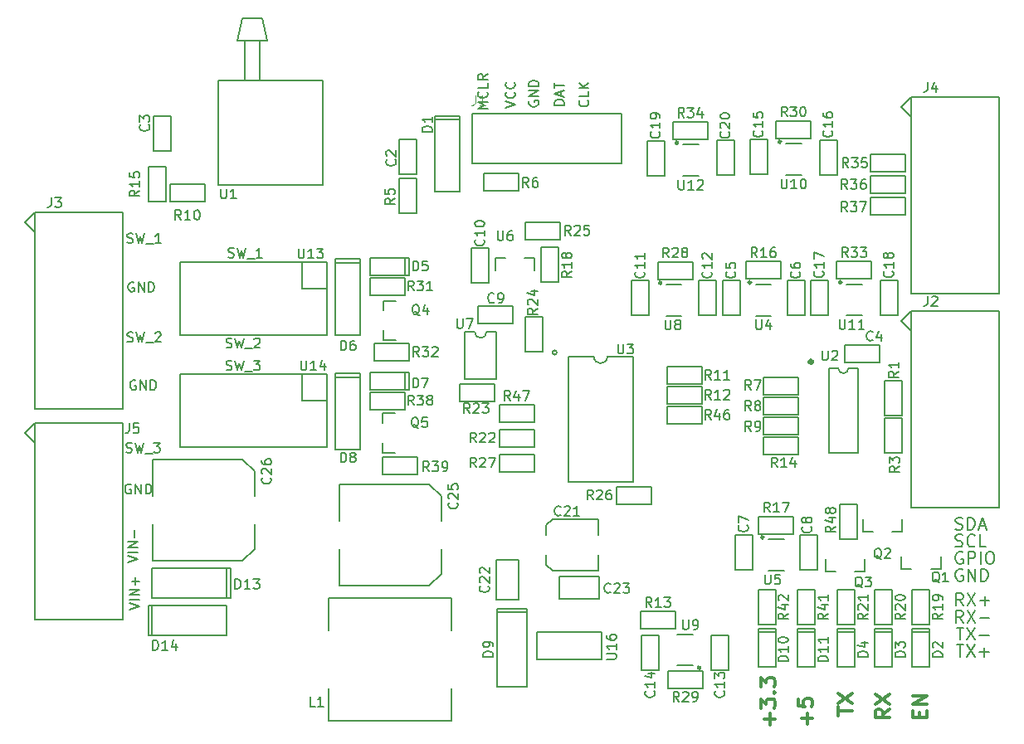
<source format=gto>
G04 #@! TF.FileFunction,Legend,Top*
%FSLAX46Y46*%
G04 Gerber Fmt 4.6, Leading zero omitted, Abs format (unit mm)*
G04 Created by KiCad (PCBNEW 4.0.7) date 12/16/17 16:03:18*
%MOMM*%
%LPD*%
G01*
G04 APERTURE LIST*
%ADD10C,0.100000*%
%ADD11C,0.200000*%
%ADD12C,0.300000*%
%ADD13C,0.150000*%
%ADD14C,0.203200*%
%ADD15C,0.500000*%
%ADD16C,0.088900*%
G04 APERTURE END LIST*
D10*
D11*
X125702381Y-153375000D02*
X125583333Y-153315476D01*
X125404762Y-153315476D01*
X125226190Y-153375000D01*
X125107143Y-153494048D01*
X125047619Y-153613095D01*
X124988095Y-153851190D01*
X124988095Y-154029762D01*
X125047619Y-154267857D01*
X125107143Y-154386905D01*
X125226190Y-154505952D01*
X125404762Y-154565476D01*
X125523810Y-154565476D01*
X125702381Y-154505952D01*
X125761905Y-154446429D01*
X125761905Y-154029762D01*
X125523810Y-154029762D01*
X126297619Y-154565476D02*
X126297619Y-153315476D01*
X127011905Y-154565476D01*
X127011905Y-153315476D01*
X127607143Y-154565476D02*
X127607143Y-153315476D01*
X127904762Y-153315476D01*
X128083334Y-153375000D01*
X128202381Y-153494048D01*
X128261905Y-153613095D01*
X128321429Y-153851190D01*
X128321429Y-154029762D01*
X128261905Y-154267857D01*
X128202381Y-154386905D01*
X128083334Y-154505952D01*
X127904762Y-154565476D01*
X127607143Y-154565476D01*
X125702381Y-151625000D02*
X125583333Y-151565476D01*
X125404762Y-151565476D01*
X125226190Y-151625000D01*
X125107143Y-151744048D01*
X125047619Y-151863095D01*
X124988095Y-152101190D01*
X124988095Y-152279762D01*
X125047619Y-152517857D01*
X125107143Y-152636905D01*
X125226190Y-152755952D01*
X125404762Y-152815476D01*
X125523810Y-152815476D01*
X125702381Y-152755952D01*
X125761905Y-152696429D01*
X125761905Y-152279762D01*
X125523810Y-152279762D01*
X126297619Y-152815476D02*
X126297619Y-151565476D01*
X126773810Y-151565476D01*
X126892857Y-151625000D01*
X126952381Y-151684524D01*
X127011905Y-151803571D01*
X127011905Y-151982143D01*
X126952381Y-152101190D01*
X126892857Y-152160714D01*
X126773810Y-152220238D01*
X126297619Y-152220238D01*
X127547619Y-152815476D02*
X127547619Y-151565476D01*
X128380952Y-151565476D02*
X128619048Y-151565476D01*
X128738095Y-151625000D01*
X128857143Y-151744048D01*
X128916667Y-151982143D01*
X128916667Y-152398810D01*
X128857143Y-152636905D01*
X128738095Y-152755952D01*
X128619048Y-152815476D01*
X128380952Y-152815476D01*
X128261905Y-152755952D01*
X128142857Y-152636905D01*
X128083333Y-152398810D01*
X128083333Y-151982143D01*
X128142857Y-151744048D01*
X128261905Y-151625000D01*
X128380952Y-151565476D01*
X124988095Y-149255952D02*
X125166667Y-149315476D01*
X125464286Y-149315476D01*
X125583333Y-149255952D01*
X125642857Y-149196429D01*
X125702381Y-149077381D01*
X125702381Y-148958333D01*
X125642857Y-148839286D01*
X125583333Y-148779762D01*
X125464286Y-148720238D01*
X125226190Y-148660714D01*
X125107143Y-148601190D01*
X125047619Y-148541667D01*
X124988095Y-148422619D01*
X124988095Y-148303571D01*
X125047619Y-148184524D01*
X125107143Y-148125000D01*
X125226190Y-148065476D01*
X125523810Y-148065476D01*
X125702381Y-148125000D01*
X126238095Y-149315476D02*
X126238095Y-148065476D01*
X126535714Y-148065476D01*
X126714286Y-148125000D01*
X126833333Y-148244048D01*
X126892857Y-148363095D01*
X126952381Y-148601190D01*
X126952381Y-148779762D01*
X126892857Y-149017857D01*
X126833333Y-149136905D01*
X126714286Y-149255952D01*
X126535714Y-149315476D01*
X126238095Y-149315476D01*
X127428571Y-148958333D02*
X128023809Y-148958333D01*
X127309524Y-149315476D02*
X127726190Y-148065476D01*
X128142857Y-149315476D01*
X124988095Y-151005952D02*
X125166667Y-151065476D01*
X125464286Y-151065476D01*
X125583333Y-151005952D01*
X125642857Y-150946429D01*
X125702381Y-150827381D01*
X125702381Y-150708333D01*
X125642857Y-150589286D01*
X125583333Y-150529762D01*
X125464286Y-150470238D01*
X125226190Y-150410714D01*
X125107143Y-150351190D01*
X125047619Y-150291667D01*
X124988095Y-150172619D01*
X124988095Y-150053571D01*
X125047619Y-149934524D01*
X125107143Y-149875000D01*
X125226190Y-149815476D01*
X125523810Y-149815476D01*
X125702381Y-149875000D01*
X126952381Y-150946429D02*
X126892857Y-151005952D01*
X126714286Y-151065476D01*
X126595238Y-151065476D01*
X126416666Y-151005952D01*
X126297619Y-150886905D01*
X126238095Y-150767857D01*
X126178571Y-150529762D01*
X126178571Y-150351190D01*
X126238095Y-150113095D01*
X126297619Y-149994048D01*
X126416666Y-149875000D01*
X126595238Y-149815476D01*
X126714286Y-149815476D01*
X126892857Y-149875000D01*
X126952381Y-149934524D01*
X128083333Y-151065476D02*
X127488095Y-151065476D01*
X127488095Y-149815476D01*
X125761905Y-157065476D02*
X125345238Y-156470238D01*
X125047619Y-157065476D02*
X125047619Y-155815476D01*
X125523810Y-155815476D01*
X125642857Y-155875000D01*
X125702381Y-155934524D01*
X125761905Y-156053571D01*
X125761905Y-156232143D01*
X125702381Y-156351190D01*
X125642857Y-156410714D01*
X125523810Y-156470238D01*
X125047619Y-156470238D01*
X126178571Y-155815476D02*
X127011905Y-157065476D01*
X127011905Y-155815476D02*
X126178571Y-157065476D01*
X127488095Y-156589286D02*
X128440476Y-156589286D01*
X127964286Y-157065476D02*
X127964286Y-156113095D01*
X125761905Y-158815476D02*
X125345238Y-158220238D01*
X125047619Y-158815476D02*
X125047619Y-157565476D01*
X125523810Y-157565476D01*
X125642857Y-157625000D01*
X125702381Y-157684524D01*
X125761905Y-157803571D01*
X125761905Y-157982143D01*
X125702381Y-158101190D01*
X125642857Y-158160714D01*
X125523810Y-158220238D01*
X125047619Y-158220238D01*
X126178571Y-157565476D02*
X127011905Y-158815476D01*
X127011905Y-157565476D02*
X126178571Y-158815476D01*
X127488095Y-158339286D02*
X128440476Y-158339286D01*
X125119048Y-159315476D02*
X125833333Y-159315476D01*
X125476190Y-160565476D02*
X125476190Y-159315476D01*
X126130952Y-159315476D02*
X126964286Y-160565476D01*
X126964286Y-159315476D02*
X126130952Y-160565476D01*
X127440476Y-160089286D02*
X128392857Y-160089286D01*
X125119048Y-161065476D02*
X125833333Y-161065476D01*
X125476190Y-162315476D02*
X125476190Y-161065476D01*
X126130952Y-161065476D02*
X126964286Y-162315476D01*
X126964286Y-161065476D02*
X126130952Y-162315476D01*
X127440476Y-161839286D02*
X128392857Y-161839286D01*
X127916667Y-162315476D02*
X127916667Y-161363095D01*
X79052381Y-106233333D02*
X80052381Y-105900000D01*
X79052381Y-105566666D01*
X79957143Y-104661904D02*
X80004762Y-104709523D01*
X80052381Y-104852380D01*
X80052381Y-104947618D01*
X80004762Y-105090476D01*
X79909524Y-105185714D01*
X79814286Y-105233333D01*
X79623810Y-105280952D01*
X79480952Y-105280952D01*
X79290476Y-105233333D01*
X79195238Y-105185714D01*
X79100000Y-105090476D01*
X79052381Y-104947618D01*
X79052381Y-104852380D01*
X79100000Y-104709523D01*
X79147619Y-104661904D01*
X79957143Y-103661904D02*
X80004762Y-103709523D01*
X80052381Y-103852380D01*
X80052381Y-103947618D01*
X80004762Y-104090476D01*
X79909524Y-104185714D01*
X79814286Y-104233333D01*
X79623810Y-104280952D01*
X79480952Y-104280952D01*
X79290476Y-104233333D01*
X79195238Y-104185714D01*
X79100000Y-104090476D01*
X79052381Y-103947618D01*
X79052381Y-103852380D01*
X79100000Y-103709523D01*
X79147619Y-103661904D01*
X87457143Y-105495238D02*
X87504762Y-105542857D01*
X87552381Y-105685714D01*
X87552381Y-105780952D01*
X87504762Y-105923810D01*
X87409524Y-106019048D01*
X87314286Y-106066667D01*
X87123810Y-106114286D01*
X86980952Y-106114286D01*
X86790476Y-106066667D01*
X86695238Y-106019048D01*
X86600000Y-105923810D01*
X86552381Y-105780952D01*
X86552381Y-105685714D01*
X86600000Y-105542857D01*
X86647619Y-105495238D01*
X87552381Y-104590476D02*
X87552381Y-105066667D01*
X86552381Y-105066667D01*
X87552381Y-104257143D02*
X86552381Y-104257143D01*
X87552381Y-103685714D02*
X86980952Y-104114286D01*
X86552381Y-103685714D02*
X87123810Y-104257143D01*
X85052381Y-105971429D02*
X84052381Y-105971429D01*
X84052381Y-105733334D01*
X84100000Y-105590476D01*
X84195238Y-105495238D01*
X84290476Y-105447619D01*
X84480952Y-105400000D01*
X84623810Y-105400000D01*
X84814286Y-105447619D01*
X84909524Y-105495238D01*
X85004762Y-105590476D01*
X85052381Y-105733334D01*
X85052381Y-105971429D01*
X84766667Y-105019048D02*
X84766667Y-104542857D01*
X85052381Y-105114286D02*
X84052381Y-104780953D01*
X85052381Y-104447619D01*
X84052381Y-104257143D02*
X84052381Y-103685714D01*
X85052381Y-103971429D02*
X84052381Y-103971429D01*
X81500000Y-105561904D02*
X81452381Y-105657142D01*
X81452381Y-105799999D01*
X81500000Y-105942857D01*
X81595238Y-106038095D01*
X81690476Y-106085714D01*
X81880952Y-106133333D01*
X82023810Y-106133333D01*
X82214286Y-106085714D01*
X82309524Y-106038095D01*
X82404762Y-105942857D01*
X82452381Y-105799999D01*
X82452381Y-105704761D01*
X82404762Y-105561904D01*
X82357143Y-105514285D01*
X82023810Y-105514285D01*
X82023810Y-105704761D01*
X82452381Y-105085714D02*
X81452381Y-105085714D01*
X82452381Y-104514285D01*
X81452381Y-104514285D01*
X82452381Y-104038095D02*
X81452381Y-104038095D01*
X81452381Y-103800000D01*
X81500000Y-103657142D01*
X81595238Y-103561904D01*
X81690476Y-103514285D01*
X81880952Y-103466666D01*
X82023810Y-103466666D01*
X82214286Y-103514285D01*
X82309524Y-103561904D01*
X82404762Y-103657142D01*
X82452381Y-103800000D01*
X82452381Y-104038095D01*
X77252381Y-106338095D02*
X76252381Y-106338095D01*
X76966667Y-106004761D01*
X76252381Y-105671428D01*
X77252381Y-105671428D01*
X77157143Y-104623809D02*
X77204762Y-104671428D01*
X77252381Y-104814285D01*
X77252381Y-104909523D01*
X77204762Y-105052381D01*
X77109524Y-105147619D01*
X77014286Y-105195238D01*
X76823810Y-105242857D01*
X76680952Y-105242857D01*
X76490476Y-105195238D01*
X76395238Y-105147619D01*
X76300000Y-105052381D01*
X76252381Y-104909523D01*
X76252381Y-104814285D01*
X76300000Y-104671428D01*
X76347619Y-104623809D01*
X77252381Y-103719047D02*
X77252381Y-104195238D01*
X76252381Y-104195238D01*
X77252381Y-102814285D02*
X76776190Y-103147619D01*
X77252381Y-103385714D02*
X76252381Y-103385714D01*
X76252381Y-103004761D01*
X76300000Y-102909523D01*
X76347619Y-102861904D01*
X76442857Y-102814285D01*
X76585714Y-102814285D01*
X76680952Y-102861904D01*
X76728571Y-102909523D01*
X76776190Y-103004761D01*
X76776190Y-103385714D01*
X50585714Y-133004762D02*
X50728571Y-133052381D01*
X50966667Y-133052381D01*
X51061905Y-133004762D01*
X51109524Y-132957143D01*
X51157143Y-132861905D01*
X51157143Y-132766667D01*
X51109524Y-132671429D01*
X51061905Y-132623810D01*
X50966667Y-132576190D01*
X50776190Y-132528571D01*
X50680952Y-132480952D01*
X50633333Y-132433333D01*
X50585714Y-132338095D01*
X50585714Y-132242857D01*
X50633333Y-132147619D01*
X50680952Y-132100000D01*
X50776190Y-132052381D01*
X51014286Y-132052381D01*
X51157143Y-132100000D01*
X51490476Y-132052381D02*
X51728571Y-133052381D01*
X51919048Y-132338095D01*
X52109524Y-133052381D01*
X52347619Y-132052381D01*
X52490476Y-133147619D02*
X53252381Y-133147619D01*
X53395238Y-132052381D02*
X54014286Y-132052381D01*
X53680952Y-132433333D01*
X53823810Y-132433333D01*
X53919048Y-132480952D01*
X53966667Y-132528571D01*
X54014286Y-132623810D01*
X54014286Y-132861905D01*
X53966667Y-132957143D01*
X53919048Y-133004762D01*
X53823810Y-133052381D01*
X53538095Y-133052381D01*
X53442857Y-133004762D01*
X53395238Y-132957143D01*
X50585714Y-130704762D02*
X50728571Y-130752381D01*
X50966667Y-130752381D01*
X51061905Y-130704762D01*
X51109524Y-130657143D01*
X51157143Y-130561905D01*
X51157143Y-130466667D01*
X51109524Y-130371429D01*
X51061905Y-130323810D01*
X50966667Y-130276190D01*
X50776190Y-130228571D01*
X50680952Y-130180952D01*
X50633333Y-130133333D01*
X50585714Y-130038095D01*
X50585714Y-129942857D01*
X50633333Y-129847619D01*
X50680952Y-129800000D01*
X50776190Y-129752381D01*
X51014286Y-129752381D01*
X51157143Y-129800000D01*
X51490476Y-129752381D02*
X51728571Y-130752381D01*
X51919048Y-130038095D01*
X52109524Y-130752381D01*
X52347619Y-129752381D01*
X52490476Y-130847619D02*
X53252381Y-130847619D01*
X53442857Y-129847619D02*
X53490476Y-129800000D01*
X53585714Y-129752381D01*
X53823810Y-129752381D01*
X53919048Y-129800000D01*
X53966667Y-129847619D01*
X54014286Y-129942857D01*
X54014286Y-130038095D01*
X53966667Y-130180952D01*
X53395238Y-130752381D01*
X54014286Y-130752381D01*
X50785714Y-121504762D02*
X50928571Y-121552381D01*
X51166667Y-121552381D01*
X51261905Y-121504762D01*
X51309524Y-121457143D01*
X51357143Y-121361905D01*
X51357143Y-121266667D01*
X51309524Y-121171429D01*
X51261905Y-121123810D01*
X51166667Y-121076190D01*
X50976190Y-121028571D01*
X50880952Y-120980952D01*
X50833333Y-120933333D01*
X50785714Y-120838095D01*
X50785714Y-120742857D01*
X50833333Y-120647619D01*
X50880952Y-120600000D01*
X50976190Y-120552381D01*
X51214286Y-120552381D01*
X51357143Y-120600000D01*
X51690476Y-120552381D02*
X51928571Y-121552381D01*
X52119048Y-120838095D01*
X52309524Y-121552381D01*
X52547619Y-120552381D01*
X52690476Y-121647619D02*
X53452381Y-121647619D01*
X54214286Y-121552381D02*
X53642857Y-121552381D01*
X53928571Y-121552381D02*
X53928571Y-120552381D01*
X53833333Y-120695238D01*
X53738095Y-120790476D01*
X53642857Y-120838095D01*
X41138096Y-124100000D02*
X41042858Y-124052381D01*
X40900001Y-124052381D01*
X40757143Y-124100000D01*
X40661905Y-124195238D01*
X40614286Y-124290476D01*
X40566667Y-124480952D01*
X40566667Y-124623810D01*
X40614286Y-124814286D01*
X40661905Y-124909524D01*
X40757143Y-125004762D01*
X40900001Y-125052381D01*
X40995239Y-125052381D01*
X41138096Y-125004762D01*
X41185715Y-124957143D01*
X41185715Y-124623810D01*
X40995239Y-124623810D01*
X41614286Y-125052381D02*
X41614286Y-124052381D01*
X42185715Y-125052381D01*
X42185715Y-124052381D01*
X42661905Y-125052381D02*
X42661905Y-124052381D01*
X42900000Y-124052381D01*
X43042858Y-124100000D01*
X43138096Y-124195238D01*
X43185715Y-124290476D01*
X43233334Y-124480952D01*
X43233334Y-124623810D01*
X43185715Y-124814286D01*
X43138096Y-124909524D01*
X43042858Y-125004762D01*
X42900000Y-125052381D01*
X42661905Y-125052381D01*
X41338096Y-134100000D02*
X41242858Y-134052381D01*
X41100001Y-134052381D01*
X40957143Y-134100000D01*
X40861905Y-134195238D01*
X40814286Y-134290476D01*
X40766667Y-134480952D01*
X40766667Y-134623810D01*
X40814286Y-134814286D01*
X40861905Y-134909524D01*
X40957143Y-135004762D01*
X41100001Y-135052381D01*
X41195239Y-135052381D01*
X41338096Y-135004762D01*
X41385715Y-134957143D01*
X41385715Y-134623810D01*
X41195239Y-134623810D01*
X41814286Y-135052381D02*
X41814286Y-134052381D01*
X42385715Y-135052381D01*
X42385715Y-134052381D01*
X42861905Y-135052381D02*
X42861905Y-134052381D01*
X43100000Y-134052381D01*
X43242858Y-134100000D01*
X43338096Y-134195238D01*
X43385715Y-134290476D01*
X43433334Y-134480952D01*
X43433334Y-134623810D01*
X43385715Y-134814286D01*
X43338096Y-134909524D01*
X43242858Y-135004762D01*
X43100000Y-135052381D01*
X42861905Y-135052381D01*
X40485714Y-120004762D02*
X40628571Y-120052381D01*
X40866667Y-120052381D01*
X40961905Y-120004762D01*
X41009524Y-119957143D01*
X41057143Y-119861905D01*
X41057143Y-119766667D01*
X41009524Y-119671429D01*
X40961905Y-119623810D01*
X40866667Y-119576190D01*
X40676190Y-119528571D01*
X40580952Y-119480952D01*
X40533333Y-119433333D01*
X40485714Y-119338095D01*
X40485714Y-119242857D01*
X40533333Y-119147619D01*
X40580952Y-119100000D01*
X40676190Y-119052381D01*
X40914286Y-119052381D01*
X41057143Y-119100000D01*
X41390476Y-119052381D02*
X41628571Y-120052381D01*
X41819048Y-119338095D01*
X42009524Y-120052381D01*
X42247619Y-119052381D01*
X42390476Y-120147619D02*
X43152381Y-120147619D01*
X43914286Y-120052381D02*
X43342857Y-120052381D01*
X43628571Y-120052381D02*
X43628571Y-119052381D01*
X43533333Y-119195238D01*
X43438095Y-119290476D01*
X43342857Y-119338095D01*
X40485714Y-130104762D02*
X40628571Y-130152381D01*
X40866667Y-130152381D01*
X40961905Y-130104762D01*
X41009524Y-130057143D01*
X41057143Y-129961905D01*
X41057143Y-129866667D01*
X41009524Y-129771429D01*
X40961905Y-129723810D01*
X40866667Y-129676190D01*
X40676190Y-129628571D01*
X40580952Y-129580952D01*
X40533333Y-129533333D01*
X40485714Y-129438095D01*
X40485714Y-129342857D01*
X40533333Y-129247619D01*
X40580952Y-129200000D01*
X40676190Y-129152381D01*
X40914286Y-129152381D01*
X41057143Y-129200000D01*
X41390476Y-129152381D02*
X41628571Y-130152381D01*
X41819048Y-129438095D01*
X42009524Y-130152381D01*
X42247619Y-129152381D01*
X42390476Y-130247619D02*
X43152381Y-130247619D01*
X43342857Y-129247619D02*
X43390476Y-129200000D01*
X43485714Y-129152381D01*
X43723810Y-129152381D01*
X43819048Y-129200000D01*
X43866667Y-129247619D01*
X43914286Y-129342857D01*
X43914286Y-129438095D01*
X43866667Y-129580952D01*
X43295238Y-130152381D01*
X43914286Y-130152381D01*
X40385714Y-141404762D02*
X40528571Y-141452381D01*
X40766667Y-141452381D01*
X40861905Y-141404762D01*
X40909524Y-141357143D01*
X40957143Y-141261905D01*
X40957143Y-141166667D01*
X40909524Y-141071429D01*
X40861905Y-141023810D01*
X40766667Y-140976190D01*
X40576190Y-140928571D01*
X40480952Y-140880952D01*
X40433333Y-140833333D01*
X40385714Y-140738095D01*
X40385714Y-140642857D01*
X40433333Y-140547619D01*
X40480952Y-140500000D01*
X40576190Y-140452381D01*
X40814286Y-140452381D01*
X40957143Y-140500000D01*
X41290476Y-140452381D02*
X41528571Y-141452381D01*
X41719048Y-140738095D01*
X41909524Y-141452381D01*
X42147619Y-140452381D01*
X42290476Y-141547619D02*
X43052381Y-141547619D01*
X43195238Y-140452381D02*
X43814286Y-140452381D01*
X43480952Y-140833333D01*
X43623810Y-140833333D01*
X43719048Y-140880952D01*
X43766667Y-140928571D01*
X43814286Y-141023810D01*
X43814286Y-141261905D01*
X43766667Y-141357143D01*
X43719048Y-141404762D01*
X43623810Y-141452381D01*
X43338095Y-141452381D01*
X43242857Y-141404762D01*
X43195238Y-141357143D01*
X40838096Y-144700000D02*
X40742858Y-144652381D01*
X40600001Y-144652381D01*
X40457143Y-144700000D01*
X40361905Y-144795238D01*
X40314286Y-144890476D01*
X40266667Y-145080952D01*
X40266667Y-145223810D01*
X40314286Y-145414286D01*
X40361905Y-145509524D01*
X40457143Y-145604762D01*
X40600001Y-145652381D01*
X40695239Y-145652381D01*
X40838096Y-145604762D01*
X40885715Y-145557143D01*
X40885715Y-145223810D01*
X40695239Y-145223810D01*
X41314286Y-145652381D02*
X41314286Y-144652381D01*
X41885715Y-145652381D01*
X41885715Y-144652381D01*
X42361905Y-145652381D02*
X42361905Y-144652381D01*
X42600000Y-144652381D01*
X42742858Y-144700000D01*
X42838096Y-144795238D01*
X42885715Y-144890476D01*
X42933334Y-145080952D01*
X42933334Y-145223810D01*
X42885715Y-145414286D01*
X42838096Y-145509524D01*
X42742858Y-145604762D01*
X42600000Y-145652381D01*
X42361905Y-145652381D01*
X40552381Y-152614285D02*
X41552381Y-152280952D01*
X40552381Y-151947618D01*
X41552381Y-151614285D02*
X40552381Y-151614285D01*
X41552381Y-151138095D02*
X40552381Y-151138095D01*
X41552381Y-150566666D01*
X40552381Y-150566666D01*
X41171429Y-150090476D02*
X41171429Y-149328571D01*
X40702381Y-157464285D02*
X41702381Y-157130952D01*
X40702381Y-156797618D01*
X41702381Y-156464285D02*
X40702381Y-156464285D01*
X41702381Y-155988095D02*
X40702381Y-155988095D01*
X41702381Y-155416666D01*
X40702381Y-155416666D01*
X41321429Y-154940476D02*
X41321429Y-154178571D01*
X41702381Y-154559523D02*
X40940476Y-154559523D01*
D12*
X121304857Y-168493143D02*
X121304857Y-167993143D01*
X122090571Y-167778857D02*
X122090571Y-168493143D01*
X120590571Y-168493143D01*
X120590571Y-167778857D01*
X122090571Y-167136000D02*
X120590571Y-167136000D01*
X122090571Y-166278857D01*
X120590571Y-166278857D01*
X118280571Y-167635999D02*
X117566286Y-168135999D01*
X118280571Y-168493142D02*
X116780571Y-168493142D01*
X116780571Y-167921714D01*
X116852000Y-167778856D01*
X116923429Y-167707428D01*
X117066286Y-167635999D01*
X117280571Y-167635999D01*
X117423429Y-167707428D01*
X117494857Y-167778856D01*
X117566286Y-167921714D01*
X117566286Y-168493142D01*
X116780571Y-167135999D02*
X118280571Y-166135999D01*
X116780571Y-166135999D02*
X118280571Y-167135999D01*
X112970571Y-168274857D02*
X112970571Y-167417714D01*
X114470571Y-167846285D02*
X112970571Y-167846285D01*
X112970571Y-167060571D02*
X114470571Y-166060571D01*
X112970571Y-166060571D02*
X114470571Y-167060571D01*
X109835143Y-169179714D02*
X109835143Y-168036857D01*
X110406571Y-168608286D02*
X109263714Y-168608286D01*
X108906571Y-166608285D02*
X108906571Y-167322571D01*
X109620857Y-167394000D01*
X109549429Y-167322571D01*
X109478000Y-167179714D01*
X109478000Y-166822571D01*
X109549429Y-166679714D01*
X109620857Y-166608285D01*
X109763714Y-166536857D01*
X110120857Y-166536857D01*
X110263714Y-166608285D01*
X110335143Y-166679714D01*
X110406571Y-166822571D01*
X110406571Y-167179714D01*
X110335143Y-167322571D01*
X110263714Y-167394000D01*
X106025143Y-169235142D02*
X106025143Y-168092285D01*
X106596571Y-168663714D02*
X105453714Y-168663714D01*
X105096571Y-167520856D02*
X105096571Y-166592285D01*
X105668000Y-167092285D01*
X105668000Y-166877999D01*
X105739429Y-166735142D01*
X105810857Y-166663713D01*
X105953714Y-166592285D01*
X106310857Y-166592285D01*
X106453714Y-166663713D01*
X106525143Y-166735142D01*
X106596571Y-166877999D01*
X106596571Y-167306571D01*
X106525143Y-167449428D01*
X106453714Y-167520856D01*
X106453714Y-165949428D02*
X106525143Y-165878000D01*
X106596571Y-165949428D01*
X106525143Y-166020857D01*
X106453714Y-165949428D01*
X106596571Y-165949428D01*
X105096571Y-165377999D02*
X105096571Y-164449428D01*
X105668000Y-164949428D01*
X105668000Y-164735142D01*
X105739429Y-164592285D01*
X105810857Y-164520856D01*
X105953714Y-164449428D01*
X106310857Y-164449428D01*
X106453714Y-164520856D01*
X106525143Y-164592285D01*
X106596571Y-164735142D01*
X106596571Y-165163714D01*
X106525143Y-165306571D01*
X106453714Y-165377999D01*
D13*
X62110000Y-151260000D02*
X62110000Y-154060000D01*
X62110000Y-154060000D02*
X62110000Y-155060000D01*
X62110000Y-155060000D02*
X71310000Y-155060000D01*
X71310000Y-155060000D02*
X72510000Y-153860000D01*
X72510000Y-153860000D02*
X72510000Y-151260000D01*
X62110000Y-144660000D02*
X71310000Y-144660000D01*
X71310000Y-144660000D02*
X72510000Y-145860000D01*
X72510000Y-145860000D02*
X72510000Y-148460000D01*
X62110000Y-144660000D02*
X62110000Y-148460000D01*
D14*
X116322000Y-115411000D02*
X119878000Y-115411000D01*
X119878000Y-115411000D02*
X119878000Y-117189000D01*
X119878000Y-117189000D02*
X116322000Y-117189000D01*
X116322000Y-117189000D02*
X116322000Y-115411000D01*
X116322000Y-111011000D02*
X119878000Y-111011000D01*
X119878000Y-111011000D02*
X119878000Y-112789000D01*
X119878000Y-112789000D02*
X116322000Y-112789000D01*
X116322000Y-112789000D02*
X116322000Y-111011000D01*
X84297607Y-131234000D02*
G75*
G03X84297607Y-131234000I-223607J0D01*
G01*
X89474000Y-131634000D02*
X92074000Y-131634000D01*
X88074000Y-131634000D02*
X85474000Y-131634000D01*
X88074000Y-131634000D02*
G75*
G03X89474000Y-131634000I700000J0D01*
G01*
X92074000Y-131634000D02*
X92074000Y-144434000D01*
X92074000Y-144434000D02*
X85474000Y-144434000D01*
X85474000Y-144434000D02*
X85474000Y-131634000D01*
X84608000Y-119695000D02*
X81052000Y-119695000D01*
X81052000Y-119695000D02*
X81052000Y-117917000D01*
X81052000Y-117917000D02*
X84608000Y-117917000D01*
X84608000Y-117917000D02*
X84608000Y-119695000D01*
X77369000Y-120584000D02*
X77369000Y-124140000D01*
X77369000Y-124140000D02*
X75591000Y-124140000D01*
X75591000Y-124140000D02*
X75591000Y-120584000D01*
X75591000Y-120584000D02*
X77369000Y-120584000D01*
X84481000Y-120521000D02*
X84481000Y-124077000D01*
X84481000Y-124077000D02*
X82703000Y-124077000D01*
X82703000Y-124077000D02*
X82703000Y-120521000D01*
X82703000Y-120521000D02*
X84481000Y-120521000D01*
X79036000Y-121592000D02*
X78036000Y-121592000D01*
X78036000Y-121592000D02*
X78036000Y-122842000D01*
X81036000Y-121592000D02*
X82036000Y-121592000D01*
X82036000Y-121592000D02*
X82036000Y-122842000D01*
X78105000Y-156464000D02*
X78105000Y-152400000D01*
X78105000Y-152400000D02*
X80391000Y-152400000D01*
X80391000Y-152400000D02*
X80391000Y-156464000D01*
X80391000Y-156464000D02*
X78105000Y-156464000D01*
X84582000Y-154051000D02*
X88646000Y-154051000D01*
X88646000Y-154051000D02*
X88646000Y-156337000D01*
X88646000Y-156337000D02*
X84582000Y-156337000D01*
X84582000Y-156337000D02*
X84582000Y-154051000D01*
X85598000Y-162584000D02*
X82298000Y-162584000D01*
X82298000Y-162584000D02*
X82298000Y-159784000D01*
X82298000Y-159784000D02*
X88898000Y-159784000D01*
X88898000Y-159784000D02*
X88898000Y-162584000D01*
X88898000Y-162584000D02*
X85598000Y-162584000D01*
D13*
X88502000Y-148226000D02*
X88502000Y-149826000D01*
X88502000Y-153526000D02*
X88502000Y-151926000D01*
X88502000Y-153526000D02*
X83852000Y-153526000D01*
X83852000Y-153526000D02*
X83202000Y-152876000D01*
X83202000Y-152876000D02*
X83202000Y-151926000D01*
X88502000Y-148226000D02*
X83852000Y-148226000D01*
X83852000Y-148226000D02*
X83202000Y-148876000D01*
X83202000Y-148876000D02*
X83202000Y-149826000D01*
X83202000Y-149826000D02*
X83202000Y-149776000D01*
D14*
X78232000Y-165354000D02*
X78232000Y-157353000D01*
X78232000Y-157353000D02*
X81280000Y-157353000D01*
X81280000Y-157353000D02*
X81280000Y-165354000D01*
X78232000Y-157734000D02*
X81280000Y-157734000D01*
X78232000Y-165354000D02*
X81280000Y-165354000D01*
X68199000Y-113030000D02*
X68199000Y-109474000D01*
X68199000Y-109474000D02*
X69977000Y-109474000D01*
X69977000Y-109474000D02*
X69977000Y-113030000D01*
X69977000Y-113030000D02*
X68199000Y-113030000D01*
X43180000Y-110617000D02*
X43180000Y-107061000D01*
X43180000Y-107061000D02*
X44958000Y-107061000D01*
X44958000Y-107061000D02*
X44958000Y-110617000D01*
X44958000Y-110617000D02*
X43180000Y-110617000D01*
X113665000Y-130429000D02*
X117221000Y-130429000D01*
X117221000Y-130429000D02*
X117221000Y-132207000D01*
X117221000Y-132207000D02*
X113665000Y-132207000D01*
X113665000Y-132207000D02*
X113665000Y-130429000D01*
X102979000Y-123848000D02*
X102979000Y-127404000D01*
X102979000Y-127404000D02*
X101201000Y-127404000D01*
X101201000Y-127404000D02*
X101201000Y-123848000D01*
X101201000Y-123848000D02*
X102979000Y-123848000D01*
X107805000Y-127404000D02*
X107805000Y-123848000D01*
X107805000Y-123848000D02*
X109583000Y-123848000D01*
X109583000Y-123848000D02*
X109583000Y-127404000D01*
X109583000Y-127404000D02*
X107805000Y-127404000D01*
X104267000Y-149860000D02*
X104267000Y-153416000D01*
X104267000Y-153416000D02*
X102489000Y-153416000D01*
X102489000Y-153416000D02*
X102489000Y-149860000D01*
X102489000Y-149860000D02*
X104267000Y-149860000D01*
X109093000Y-153416000D02*
X109093000Y-149860000D01*
X109093000Y-149860000D02*
X110871000Y-149860000D01*
X110871000Y-149860000D02*
X110871000Y-153416000D01*
X110871000Y-153416000D02*
X109093000Y-153416000D01*
X76283000Y-126474000D02*
X79839000Y-126474000D01*
X79839000Y-126474000D02*
X79839000Y-128252000D01*
X79839000Y-128252000D02*
X76283000Y-128252000D01*
X76283000Y-128252000D02*
X76283000Y-126474000D01*
X93707000Y-123876000D02*
X93707000Y-127432000D01*
X93707000Y-127432000D02*
X91929000Y-127432000D01*
X91929000Y-127432000D02*
X91929000Y-123876000D01*
X91929000Y-123876000D02*
X93707000Y-123876000D01*
X98787000Y-127432000D02*
X98787000Y-123876000D01*
X98787000Y-123876000D02*
X100565000Y-123876000D01*
X100565000Y-123876000D02*
X100565000Y-127432000D01*
X100565000Y-127432000D02*
X98787000Y-127432000D01*
X100085000Y-163626000D02*
X100085000Y-160070000D01*
X100085000Y-160070000D02*
X101863000Y-160070000D01*
X101863000Y-160070000D02*
X101863000Y-163626000D01*
X101863000Y-163626000D02*
X100085000Y-163626000D01*
X94751000Y-160070000D02*
X94751000Y-163626000D01*
X94751000Y-163626000D02*
X92973000Y-163626000D01*
X92973000Y-163626000D02*
X92973000Y-160070000D01*
X92973000Y-160070000D02*
X94751000Y-160070000D01*
X105781000Y-109474000D02*
X105781000Y-113030000D01*
X105781000Y-113030000D02*
X104003000Y-113030000D01*
X104003000Y-113030000D02*
X104003000Y-109474000D01*
X104003000Y-109474000D02*
X105781000Y-109474000D01*
X111115000Y-113093000D02*
X111115000Y-109537000D01*
X111115000Y-109537000D02*
X112893000Y-109537000D01*
X112893000Y-109537000D02*
X112893000Y-113093000D01*
X112893000Y-113093000D02*
X111115000Y-113093000D01*
X111969000Y-123828000D02*
X111969000Y-127384000D01*
X111969000Y-127384000D02*
X110191000Y-127384000D01*
X110191000Y-127384000D02*
X110191000Y-123828000D01*
X110191000Y-123828000D02*
X111969000Y-123828000D01*
X117303000Y-127384000D02*
X117303000Y-123828000D01*
X117303000Y-123828000D02*
X119081000Y-123828000D01*
X119081000Y-123828000D02*
X119081000Y-127384000D01*
X119081000Y-127384000D02*
X117303000Y-127384000D01*
X95277000Y-109649000D02*
X95277000Y-113205000D01*
X95277000Y-113205000D02*
X93499000Y-113205000D01*
X93499000Y-113205000D02*
X93499000Y-109649000D01*
X93499000Y-109649000D02*
X95277000Y-109649000D01*
X100611000Y-113142000D02*
X100611000Y-109586000D01*
X100611000Y-109586000D02*
X102389000Y-109586000D01*
X102389000Y-109586000D02*
X102389000Y-113142000D01*
X102389000Y-113142000D02*
X100611000Y-113142000D01*
D13*
X43060000Y-148720000D02*
X43060000Y-151520000D01*
X43060000Y-151520000D02*
X43060000Y-152520000D01*
X43060000Y-152520000D02*
X52260000Y-152520000D01*
X52260000Y-152520000D02*
X53460000Y-151320000D01*
X53460000Y-151320000D02*
X53460000Y-148720000D01*
X43060000Y-142120000D02*
X52260000Y-142120000D01*
X52260000Y-142120000D02*
X53460000Y-143320000D01*
X53460000Y-143320000D02*
X53460000Y-145920000D01*
X43060000Y-142120000D02*
X43060000Y-145920000D01*
D14*
X71882000Y-107442000D02*
X71882000Y-107061000D01*
X71882000Y-107061000D02*
X74422000Y-107061000D01*
X74422000Y-107061000D02*
X74422000Y-107442000D01*
X71882000Y-114808000D02*
X71882000Y-107442000D01*
X71882000Y-107442000D02*
X74422000Y-107442000D01*
X74422000Y-107442000D02*
X74422000Y-114808000D01*
X74422000Y-114808000D02*
X71882000Y-114808000D01*
X120523000Y-159766000D02*
X120523000Y-159385000D01*
X120523000Y-159385000D02*
X122301000Y-159385000D01*
X122301000Y-159385000D02*
X122301000Y-159766000D01*
X120523000Y-163322000D02*
X120523000Y-159766000D01*
X120523000Y-159766000D02*
X122301000Y-159766000D01*
X122301000Y-159766000D02*
X122301000Y-163322000D01*
X122301000Y-163322000D02*
X120523000Y-163322000D01*
X116713000Y-159766000D02*
X116713000Y-159385000D01*
X116713000Y-159385000D02*
X118491000Y-159385000D01*
X118491000Y-159385000D02*
X118491000Y-159766000D01*
X116713000Y-163322000D02*
X116713000Y-159766000D01*
X116713000Y-159766000D02*
X118491000Y-159766000D01*
X118491000Y-159766000D02*
X118491000Y-163322000D01*
X118491000Y-163322000D02*
X116713000Y-163322000D01*
X112903000Y-159766000D02*
X112903000Y-159385000D01*
X112903000Y-159385000D02*
X114681000Y-159385000D01*
X114681000Y-159385000D02*
X114681000Y-159766000D01*
X112903000Y-163322000D02*
X112903000Y-159766000D01*
X112903000Y-159766000D02*
X114681000Y-159766000D01*
X114681000Y-159766000D02*
X114681000Y-163322000D01*
X114681000Y-163322000D02*
X112903000Y-163322000D01*
X68834000Y-121539000D02*
X69215000Y-121539000D01*
X69215000Y-121539000D02*
X69215000Y-123317000D01*
X69215000Y-123317000D02*
X68834000Y-123317000D01*
X65278000Y-121539000D02*
X68834000Y-121539000D01*
X68834000Y-121539000D02*
X68834000Y-123317000D01*
X68834000Y-123317000D02*
X65278000Y-123317000D01*
X65278000Y-123317000D02*
X65278000Y-121539000D01*
X61722000Y-122047000D02*
X61722000Y-121666000D01*
X61722000Y-121666000D02*
X64262000Y-121666000D01*
X64262000Y-121666000D02*
X64262000Y-122047000D01*
X61722000Y-129413000D02*
X61722000Y-122047000D01*
X61722000Y-122047000D02*
X64262000Y-122047000D01*
X64262000Y-122047000D02*
X64262000Y-129413000D01*
X64262000Y-129413000D02*
X61722000Y-129413000D01*
X68834000Y-133223000D02*
X69215000Y-133223000D01*
X69215000Y-133223000D02*
X69215000Y-135001000D01*
X69215000Y-135001000D02*
X68834000Y-135001000D01*
X65278000Y-133223000D02*
X68834000Y-133223000D01*
X68834000Y-133223000D02*
X68834000Y-135001000D01*
X68834000Y-135001000D02*
X65278000Y-135001000D01*
X65278000Y-135001000D02*
X65278000Y-133223000D01*
X61722000Y-133731000D02*
X61722000Y-133350000D01*
X61722000Y-133350000D02*
X64262000Y-133350000D01*
X64262000Y-133350000D02*
X64262000Y-133731000D01*
X61722000Y-141097000D02*
X61722000Y-133731000D01*
X61722000Y-133731000D02*
X64262000Y-133731000D01*
X64262000Y-133731000D02*
X64262000Y-141097000D01*
X64262000Y-141097000D02*
X61722000Y-141097000D01*
X104902000Y-159766000D02*
X104902000Y-159385000D01*
X104902000Y-159385000D02*
X106680000Y-159385000D01*
X106680000Y-159385000D02*
X106680000Y-159766000D01*
X104902000Y-163322000D02*
X104902000Y-159766000D01*
X104902000Y-159766000D02*
X106680000Y-159766000D01*
X106680000Y-159766000D02*
X106680000Y-163322000D01*
X106680000Y-163322000D02*
X104902000Y-163322000D01*
X108839000Y-159766000D02*
X108839000Y-159385000D01*
X108839000Y-159385000D02*
X110617000Y-159385000D01*
X110617000Y-159385000D02*
X110617000Y-159766000D01*
X108839000Y-163322000D02*
X108839000Y-159766000D01*
X108839000Y-159766000D02*
X110617000Y-159766000D01*
X110617000Y-159766000D02*
X110617000Y-163322000D01*
X110617000Y-163322000D02*
X108839000Y-163322000D01*
X43020000Y-153276000D02*
X51021000Y-153276000D01*
X51021000Y-153276000D02*
X51021000Y-156324000D01*
X51021000Y-156324000D02*
X43020000Y-156324000D01*
X50640000Y-153276000D02*
X50640000Y-156324000D01*
X43020000Y-153276000D02*
X43020000Y-156324000D01*
X50640000Y-160134000D02*
X42639000Y-160134000D01*
X42639000Y-160134000D02*
X42639000Y-157086000D01*
X42639000Y-157086000D02*
X50640000Y-157086000D01*
X43020000Y-160134000D02*
X43020000Y-157086000D01*
X50640000Y-160134000D02*
X50640000Y-157086000D01*
D13*
X120468000Y-127040000D02*
X119468000Y-128040000D01*
X119468000Y-128040000D02*
X120468000Y-129040000D01*
X129468000Y-127040000D02*
X120468000Y-127040000D01*
X120468000Y-127040000D02*
X120468000Y-147040000D01*
X120468000Y-147040000D02*
X129468000Y-147040000D01*
X129468000Y-147040000D02*
X129468000Y-127040000D01*
X31060000Y-116960000D02*
X30060000Y-117960000D01*
X30060000Y-117960000D02*
X31060000Y-118960000D01*
X40060000Y-116960000D02*
X31060000Y-116960000D01*
X31060000Y-116960000D02*
X31060000Y-136960000D01*
X31060000Y-136960000D02*
X40060000Y-136960000D01*
X40060000Y-136960000D02*
X40060000Y-116960000D01*
X120468000Y-105196000D02*
X119468000Y-106196000D01*
X119468000Y-106196000D02*
X120468000Y-107196000D01*
X129468000Y-105196000D02*
X120468000Y-105196000D01*
X120468000Y-105196000D02*
X120468000Y-125196000D01*
X120468000Y-125196000D02*
X129468000Y-125196000D01*
X129468000Y-125196000D02*
X129468000Y-105196000D01*
X31060000Y-138470000D02*
X30060000Y-139470000D01*
X30060000Y-139470000D02*
X31060000Y-140470000D01*
X40060000Y-138470000D02*
X31060000Y-138470000D01*
X31060000Y-138470000D02*
X31060000Y-158470000D01*
X31060000Y-158470000D02*
X40060000Y-158470000D01*
X40060000Y-158470000D02*
X40060000Y-138470000D01*
X61060000Y-165560000D02*
X61060000Y-168810000D01*
X61060000Y-168810000D02*
X73560000Y-168810000D01*
X73560000Y-168810000D02*
X73560000Y-165560000D01*
X73560000Y-156310000D02*
X61060000Y-156310000D01*
X61060000Y-156310000D02*
X61060000Y-159560000D01*
X73560000Y-156310000D02*
X73560000Y-159560000D01*
D14*
X122478000Y-153338000D02*
X123478000Y-153338000D01*
X123478000Y-153338000D02*
X123478000Y-152088000D01*
X120478000Y-153338000D02*
X119478000Y-153338000D01*
X119478000Y-153338000D02*
X119478000Y-152088000D01*
X118536000Y-149528000D02*
X119536000Y-149528000D01*
X119536000Y-149528000D02*
X119536000Y-148278000D01*
X116536000Y-149528000D02*
X115536000Y-149528000D01*
X115536000Y-149528000D02*
X115536000Y-148278000D01*
X114726000Y-153592000D02*
X115726000Y-153592000D01*
X115726000Y-153592000D02*
X115726000Y-152342000D01*
X112726000Y-153592000D02*
X111726000Y-153592000D01*
X111726000Y-153592000D02*
X111726000Y-152342000D01*
X66626000Y-128950000D02*
X66626000Y-129950000D01*
X66626000Y-129950000D02*
X67876000Y-129950000D01*
X66626000Y-126950000D02*
X66626000Y-125950000D01*
X66626000Y-125950000D02*
X67876000Y-125950000D01*
X66540000Y-140446000D02*
X66540000Y-141446000D01*
X66540000Y-141446000D02*
X67790000Y-141446000D01*
X66540000Y-138446000D02*
X66540000Y-137446000D01*
X66540000Y-137446000D02*
X67790000Y-137446000D01*
X117729000Y-137668000D02*
X117729000Y-134112000D01*
X117729000Y-134112000D02*
X119507000Y-134112000D01*
X119507000Y-134112000D02*
X119507000Y-137668000D01*
X119507000Y-137668000D02*
X117729000Y-137668000D01*
X119507000Y-137922000D02*
X119507000Y-141478000D01*
X119507000Y-141478000D02*
X117729000Y-141478000D01*
X117729000Y-141478000D02*
X117729000Y-137922000D01*
X117729000Y-137922000D02*
X119507000Y-137922000D01*
X69977000Y-113411000D02*
X69977000Y-116967000D01*
X69977000Y-116967000D02*
X68199000Y-116967000D01*
X68199000Y-116967000D02*
X68199000Y-113411000D01*
X68199000Y-113411000D02*
X69977000Y-113411000D01*
X76898000Y-112903000D02*
X80454000Y-112903000D01*
X80454000Y-112903000D02*
X80454000Y-114681000D01*
X80454000Y-114681000D02*
X76898000Y-114681000D01*
X76898000Y-114681000D02*
X76898000Y-112903000D01*
X105410000Y-133731000D02*
X108966000Y-133731000D01*
X108966000Y-133731000D02*
X108966000Y-135509000D01*
X108966000Y-135509000D02*
X105410000Y-135509000D01*
X105410000Y-135509000D02*
X105410000Y-133731000D01*
X108966000Y-137541000D02*
X105410000Y-137541000D01*
X105410000Y-137541000D02*
X105410000Y-135763000D01*
X105410000Y-135763000D02*
X108966000Y-135763000D01*
X108966000Y-135763000D02*
X108966000Y-137541000D01*
X105410000Y-137795000D02*
X108966000Y-137795000D01*
X108966000Y-137795000D02*
X108966000Y-139573000D01*
X108966000Y-139573000D02*
X105410000Y-139573000D01*
X105410000Y-139573000D02*
X105410000Y-137795000D01*
X48387000Y-115824000D02*
X44831000Y-115824000D01*
X44831000Y-115824000D02*
X44831000Y-114046000D01*
X44831000Y-114046000D02*
X48387000Y-114046000D01*
X48387000Y-114046000D02*
X48387000Y-115824000D01*
X95590000Y-132661000D02*
X99146000Y-132661000D01*
X99146000Y-132661000D02*
X99146000Y-134439000D01*
X99146000Y-134439000D02*
X95590000Y-134439000D01*
X95590000Y-134439000D02*
X95590000Y-132661000D01*
X95590000Y-134693000D02*
X99146000Y-134693000D01*
X99146000Y-134693000D02*
X99146000Y-136471000D01*
X99146000Y-136471000D02*
X95590000Y-136471000D01*
X95590000Y-136471000D02*
X95590000Y-134693000D01*
X96402000Y-159435000D02*
X92846000Y-159435000D01*
X92846000Y-159435000D02*
X92846000Y-157657000D01*
X92846000Y-157657000D02*
X96402000Y-157657000D01*
X96402000Y-157657000D02*
X96402000Y-159435000D01*
X105410000Y-139827000D02*
X108966000Y-139827000D01*
X108966000Y-139827000D02*
X108966000Y-141605000D01*
X108966000Y-141605000D02*
X105410000Y-141605000D01*
X105410000Y-141605000D02*
X105410000Y-139827000D01*
X42672000Y-115824000D02*
X42672000Y-112268000D01*
X42672000Y-112268000D02*
X44450000Y-112268000D01*
X44450000Y-112268000D02*
X44450000Y-115824000D01*
X44450000Y-115824000D02*
X42672000Y-115824000D01*
X107170000Y-123721000D02*
X103614000Y-123721000D01*
X103614000Y-123721000D02*
X103614000Y-121943000D01*
X103614000Y-121943000D02*
X107170000Y-121943000D01*
X107170000Y-121943000D02*
X107170000Y-123721000D01*
X108458000Y-149733000D02*
X104902000Y-149733000D01*
X104902000Y-149733000D02*
X104902000Y-147955000D01*
X104902000Y-147955000D02*
X108458000Y-147955000D01*
X108458000Y-147955000D02*
X108458000Y-149733000D01*
X120523000Y-159004000D02*
X120523000Y-155448000D01*
X120523000Y-155448000D02*
X122301000Y-155448000D01*
X122301000Y-155448000D02*
X122301000Y-159004000D01*
X122301000Y-159004000D02*
X120523000Y-159004000D01*
X116713000Y-159004000D02*
X116713000Y-155448000D01*
X116713000Y-155448000D02*
X118491000Y-155448000D01*
X118491000Y-155448000D02*
X118491000Y-159004000D01*
X118491000Y-159004000D02*
X116713000Y-159004000D01*
X112903000Y-159004000D02*
X112903000Y-155448000D01*
X112903000Y-155448000D02*
X114681000Y-155448000D01*
X114681000Y-155448000D02*
X114681000Y-159004000D01*
X114681000Y-159004000D02*
X112903000Y-159004000D01*
X82042000Y-140843000D02*
X78486000Y-140843000D01*
X78486000Y-140843000D02*
X78486000Y-139065000D01*
X78486000Y-139065000D02*
X82042000Y-139065000D01*
X82042000Y-139065000D02*
X82042000Y-140843000D01*
X77978000Y-136189000D02*
X74422000Y-136189000D01*
X74422000Y-136189000D02*
X74422000Y-134411000D01*
X74422000Y-134411000D02*
X77978000Y-134411000D01*
X77978000Y-134411000D02*
X77978000Y-136189000D01*
X81109000Y-131173000D02*
X81109000Y-127617000D01*
X81109000Y-127617000D02*
X82887000Y-127617000D01*
X82887000Y-127617000D02*
X82887000Y-131173000D01*
X82887000Y-131173000D02*
X81109000Y-131173000D01*
X90424000Y-144907000D02*
X93980000Y-144907000D01*
X93980000Y-144907000D02*
X93980000Y-146685000D01*
X93980000Y-146685000D02*
X90424000Y-146685000D01*
X90424000Y-146685000D02*
X90424000Y-144907000D01*
X78486000Y-141605000D02*
X82042000Y-141605000D01*
X82042000Y-141605000D02*
X82042000Y-143383000D01*
X82042000Y-143383000D02*
X78486000Y-143383000D01*
X78486000Y-143383000D02*
X78486000Y-141605000D01*
X98152000Y-123749000D02*
X94596000Y-123749000D01*
X94596000Y-123749000D02*
X94596000Y-121971000D01*
X94596000Y-121971000D02*
X98152000Y-121971000D01*
X98152000Y-121971000D02*
X98152000Y-123749000D01*
X95640000Y-163753000D02*
X99196000Y-163753000D01*
X99196000Y-163753000D02*
X99196000Y-165531000D01*
X99196000Y-165531000D02*
X95640000Y-165531000D01*
X95640000Y-165531000D02*
X95640000Y-163753000D01*
X110226000Y-109347000D02*
X106670000Y-109347000D01*
X106670000Y-109347000D02*
X106670000Y-107569000D01*
X106670000Y-107569000D02*
X110226000Y-107569000D01*
X110226000Y-107569000D02*
X110226000Y-109347000D01*
X65278000Y-123571000D02*
X68834000Y-123571000D01*
X68834000Y-123571000D02*
X68834000Y-125349000D01*
X68834000Y-125349000D02*
X65278000Y-125349000D01*
X65278000Y-125349000D02*
X65278000Y-123571000D01*
X65722000Y-130311000D02*
X69278000Y-130311000D01*
X69278000Y-130311000D02*
X69278000Y-132089000D01*
X69278000Y-132089000D02*
X65722000Y-132089000D01*
X65722000Y-132089000D02*
X65722000Y-130311000D01*
X116414000Y-123701000D02*
X112858000Y-123701000D01*
X112858000Y-123701000D02*
X112858000Y-121923000D01*
X112858000Y-121923000D02*
X116414000Y-121923000D01*
X116414000Y-121923000D02*
X116414000Y-123701000D01*
X99722000Y-109459000D02*
X96166000Y-109459000D01*
X96166000Y-109459000D02*
X96166000Y-107681000D01*
X96166000Y-107681000D02*
X99722000Y-107681000D01*
X99722000Y-107681000D02*
X99722000Y-109459000D01*
X116322000Y-113211000D02*
X119878000Y-113211000D01*
X119878000Y-113211000D02*
X119878000Y-114989000D01*
X119878000Y-114989000D02*
X116322000Y-114989000D01*
X116322000Y-114989000D02*
X116322000Y-113211000D01*
X65278000Y-135255000D02*
X68834000Y-135255000D01*
X68834000Y-135255000D02*
X68834000Y-137033000D01*
X68834000Y-137033000D02*
X65278000Y-137033000D01*
X65278000Y-137033000D02*
X65278000Y-135255000D01*
X66522000Y-141911000D02*
X70078000Y-141911000D01*
X70078000Y-141911000D02*
X70078000Y-143689000D01*
X70078000Y-143689000D02*
X66522000Y-143689000D01*
X66522000Y-143689000D02*
X66522000Y-141911000D01*
X110617000Y-155448000D02*
X110617000Y-159004000D01*
X110617000Y-159004000D02*
X108839000Y-159004000D01*
X108839000Y-159004000D02*
X108839000Y-155448000D01*
X108839000Y-155448000D02*
X110617000Y-155448000D01*
X106680000Y-155448000D02*
X106680000Y-159004000D01*
X106680000Y-159004000D02*
X104902000Y-159004000D01*
X104902000Y-159004000D02*
X104902000Y-155448000D01*
X104902000Y-155448000D02*
X106680000Y-155448000D01*
D13*
X113013000Y-132835000D02*
X112038000Y-132835000D01*
X114063000Y-132835000D02*
X115038000Y-132835000D01*
X113013000Y-132835000D02*
G75*
G03X113538000Y-133360000I525000J0D01*
G01*
X113538000Y-133360000D02*
G75*
G03X114063000Y-132835000I0J525000D01*
G01*
X115038000Y-141485000D02*
X112038000Y-141485000D01*
X115038000Y-132835000D02*
X115038000Y-141485000D01*
X112038000Y-141485000D02*
X112038000Y-132835000D01*
D15*
X110324803Y-132185000D02*
G75*
G03X110324803Y-132185000I-111803J0D01*
G01*
D12*
X104092000Y-124080000D02*
G75*
G03X104092000Y-124080000I-100000J0D01*
G01*
D13*
X104592000Y-127480000D02*
X106192000Y-127480000D01*
X104592000Y-124280000D02*
X106192000Y-124280000D01*
D12*
X105380000Y-150092000D02*
G75*
G03X105380000Y-150092000I-100000J0D01*
G01*
D13*
X105880000Y-153492000D02*
X107480000Y-153492000D01*
X105880000Y-150292000D02*
X107480000Y-150292000D01*
X75937000Y-129154000D02*
G75*
G03X76537000Y-129754000I600000J0D01*
G01*
X76537000Y-129754000D02*
G75*
G03X77137000Y-129154000I0J600000D01*
G01*
X74937000Y-133954000D02*
X78137000Y-133954000D01*
X78137000Y-133954000D02*
X78137000Y-129154000D01*
X78137000Y-129154000D02*
X77137000Y-129154000D01*
X74937000Y-133954000D02*
X74937000Y-129154000D01*
X74937000Y-129154000D02*
X75937000Y-129154000D01*
D12*
X94947000Y-124108000D02*
G75*
G03X94947000Y-124108000I-100000J0D01*
G01*
D13*
X95447000Y-127508000D02*
X97047000Y-127508000D01*
X95447000Y-124308000D02*
X97047000Y-124308000D01*
D12*
X98918000Y-163394000D02*
G75*
G03X98918000Y-163394000I-100000J0D01*
G01*
D13*
X98218000Y-159994000D02*
X96618000Y-159994000D01*
X98218000Y-163194000D02*
X96618000Y-163194000D01*
D12*
X107148000Y-109706000D02*
G75*
G03X107148000Y-109706000I-100000J0D01*
G01*
D13*
X107648000Y-113106000D02*
X109248000Y-113106000D01*
X107648000Y-109906000D02*
X109248000Y-109906000D01*
D12*
X113336000Y-124060000D02*
G75*
G03X113336000Y-124060000I-100000J0D01*
G01*
D13*
X113836000Y-127460000D02*
X115436000Y-127460000D01*
X113836000Y-124260000D02*
X115436000Y-124260000D01*
D12*
X96644000Y-109818000D02*
G75*
G03X96644000Y-109818000I-100000J0D01*
G01*
D13*
X97144000Y-113218000D02*
X98744000Y-113218000D01*
X97144000Y-110018000D02*
X98744000Y-110018000D01*
X58340000Y-121980000D02*
X58340000Y-124730000D01*
X58340000Y-124730000D02*
X60840000Y-124730000D01*
X60840000Y-121980000D02*
X60840000Y-129480000D01*
X60840000Y-129480000D02*
X45840000Y-129480000D01*
X45840000Y-129480000D02*
X45840000Y-121980000D01*
X45840000Y-121980000D02*
X60840000Y-121980000D01*
X58340000Y-133410000D02*
X58340000Y-136160000D01*
X58340000Y-136160000D02*
X60840000Y-136160000D01*
X60840000Y-133410000D02*
X60840000Y-140910000D01*
X60840000Y-140910000D02*
X45840000Y-140910000D01*
X45840000Y-140910000D02*
X45840000Y-133410000D01*
X45840000Y-133410000D02*
X60840000Y-133410000D01*
X53973000Y-99372000D02*
X53973000Y-103436000D01*
X52449000Y-99372000D02*
X52449000Y-103436000D01*
X53211000Y-97086000D02*
X54227000Y-97086000D01*
X54227000Y-97086000D02*
X54735000Y-99372000D01*
X54735000Y-99372000D02*
X51687000Y-99372000D01*
X51687000Y-99372000D02*
X52195000Y-97086000D01*
X52195000Y-97086000D02*
X53211000Y-97086000D01*
X49782000Y-103436000D02*
X60450000Y-103436000D01*
X60450000Y-103436000D02*
X60450000Y-114104000D01*
X60450000Y-114104000D02*
X49782000Y-114104000D01*
X49782000Y-114104000D02*
X49782000Y-103436000D01*
D14*
X99146000Y-138503000D02*
X95590000Y-138503000D01*
X95590000Y-138503000D02*
X95590000Y-136725000D01*
X95590000Y-136725000D02*
X99146000Y-136725000D01*
X99146000Y-136725000D02*
X99146000Y-138503000D01*
X78486000Y-136525000D02*
X82042000Y-136525000D01*
X82042000Y-136525000D02*
X82042000Y-138303000D01*
X82042000Y-138303000D02*
X78486000Y-138303000D01*
X78486000Y-138303000D02*
X78486000Y-136525000D01*
X113157000Y-150305000D02*
X113157000Y-146749000D01*
X113157000Y-146749000D02*
X114935000Y-146749000D01*
X114935000Y-146749000D02*
X114935000Y-150305000D01*
X114935000Y-150305000D02*
X113157000Y-150305000D01*
X75692000Y-109347000D02*
X75692000Y-106807000D01*
X75692000Y-106807000D02*
X90932000Y-106807000D01*
X90932000Y-106807000D02*
X90932000Y-111887000D01*
X90932000Y-111887000D02*
X75692000Y-111887000D01*
X75692000Y-111887000D02*
X75692000Y-109347000D01*
D13*
X74117143Y-146552857D02*
X74164762Y-146600476D01*
X74212381Y-146743333D01*
X74212381Y-146838571D01*
X74164762Y-146981429D01*
X74069524Y-147076667D01*
X73974286Y-147124286D01*
X73783810Y-147171905D01*
X73640952Y-147171905D01*
X73450476Y-147124286D01*
X73355238Y-147076667D01*
X73260000Y-146981429D01*
X73212381Y-146838571D01*
X73212381Y-146743333D01*
X73260000Y-146600476D01*
X73307619Y-146552857D01*
X73307619Y-146171905D02*
X73260000Y-146124286D01*
X73212381Y-146029048D01*
X73212381Y-145790952D01*
X73260000Y-145695714D01*
X73307619Y-145648095D01*
X73402857Y-145600476D01*
X73498095Y-145600476D01*
X73640952Y-145648095D01*
X74212381Y-146219524D01*
X74212381Y-145600476D01*
X73212381Y-144695714D02*
X73212381Y-145171905D01*
X73688571Y-145219524D01*
X73640952Y-145171905D01*
X73593333Y-145076667D01*
X73593333Y-144838571D01*
X73640952Y-144743333D01*
X73688571Y-144695714D01*
X73783810Y-144648095D01*
X74021905Y-144648095D01*
X74117143Y-144695714D01*
X74164762Y-144743333D01*
X74212381Y-144838571D01*
X74212381Y-145076667D01*
X74164762Y-145171905D01*
X74117143Y-145219524D01*
X113957143Y-116852381D02*
X113623809Y-116376190D01*
X113385714Y-116852381D02*
X113385714Y-115852381D01*
X113766667Y-115852381D01*
X113861905Y-115900000D01*
X113909524Y-115947619D01*
X113957143Y-116042857D01*
X113957143Y-116185714D01*
X113909524Y-116280952D01*
X113861905Y-116328571D01*
X113766667Y-116376190D01*
X113385714Y-116376190D01*
X114290476Y-115852381D02*
X114909524Y-115852381D01*
X114576190Y-116233333D01*
X114719048Y-116233333D01*
X114814286Y-116280952D01*
X114861905Y-116328571D01*
X114909524Y-116423810D01*
X114909524Y-116661905D01*
X114861905Y-116757143D01*
X114814286Y-116804762D01*
X114719048Y-116852381D01*
X114433333Y-116852381D01*
X114338095Y-116804762D01*
X114290476Y-116757143D01*
X115242857Y-115852381D02*
X115909524Y-115852381D01*
X115480952Y-116852381D01*
X114057143Y-112352381D02*
X113723809Y-111876190D01*
X113485714Y-112352381D02*
X113485714Y-111352381D01*
X113866667Y-111352381D01*
X113961905Y-111400000D01*
X114009524Y-111447619D01*
X114057143Y-111542857D01*
X114057143Y-111685714D01*
X114009524Y-111780952D01*
X113961905Y-111828571D01*
X113866667Y-111876190D01*
X113485714Y-111876190D01*
X114390476Y-111352381D02*
X115009524Y-111352381D01*
X114676190Y-111733333D01*
X114819048Y-111733333D01*
X114914286Y-111780952D01*
X114961905Y-111828571D01*
X115009524Y-111923810D01*
X115009524Y-112161905D01*
X114961905Y-112257143D01*
X114914286Y-112304762D01*
X114819048Y-112352381D01*
X114533333Y-112352381D01*
X114438095Y-112304762D01*
X114390476Y-112257143D01*
X115914286Y-111352381D02*
X115438095Y-111352381D01*
X115390476Y-111828571D01*
X115438095Y-111780952D01*
X115533333Y-111733333D01*
X115771429Y-111733333D01*
X115866667Y-111780952D01*
X115914286Y-111828571D01*
X115961905Y-111923810D01*
X115961905Y-112161905D01*
X115914286Y-112257143D01*
X115866667Y-112304762D01*
X115771429Y-112352381D01*
X115533333Y-112352381D01*
X115438095Y-112304762D01*
X115390476Y-112257143D01*
X90538095Y-130352381D02*
X90538095Y-131161905D01*
X90585714Y-131257143D01*
X90633333Y-131304762D01*
X90728571Y-131352381D01*
X90919048Y-131352381D01*
X91014286Y-131304762D01*
X91061905Y-131257143D01*
X91109524Y-131161905D01*
X91109524Y-130352381D01*
X91490476Y-130352381D02*
X92109524Y-130352381D01*
X91776190Y-130733333D01*
X91919048Y-130733333D01*
X92014286Y-130780952D01*
X92061905Y-130828571D01*
X92109524Y-130923810D01*
X92109524Y-131161905D01*
X92061905Y-131257143D01*
X92014286Y-131304762D01*
X91919048Y-131352381D01*
X91633333Y-131352381D01*
X91538095Y-131304762D01*
X91490476Y-131257143D01*
X85743143Y-119258381D02*
X85409809Y-118782190D01*
X85171714Y-119258381D02*
X85171714Y-118258381D01*
X85552667Y-118258381D01*
X85647905Y-118306000D01*
X85695524Y-118353619D01*
X85743143Y-118448857D01*
X85743143Y-118591714D01*
X85695524Y-118686952D01*
X85647905Y-118734571D01*
X85552667Y-118782190D01*
X85171714Y-118782190D01*
X86124095Y-118353619D02*
X86171714Y-118306000D01*
X86266952Y-118258381D01*
X86505048Y-118258381D01*
X86600286Y-118306000D01*
X86647905Y-118353619D01*
X86695524Y-118448857D01*
X86695524Y-118544095D01*
X86647905Y-118686952D01*
X86076476Y-119258381D01*
X86695524Y-119258381D01*
X87600286Y-118258381D02*
X87124095Y-118258381D01*
X87076476Y-118734571D01*
X87124095Y-118686952D01*
X87219333Y-118639333D01*
X87457429Y-118639333D01*
X87552667Y-118686952D01*
X87600286Y-118734571D01*
X87647905Y-118829810D01*
X87647905Y-119067905D01*
X87600286Y-119163143D01*
X87552667Y-119210762D01*
X87457429Y-119258381D01*
X87219333Y-119258381D01*
X87124095Y-119210762D01*
X87076476Y-119163143D01*
X76837143Y-119702857D02*
X76884762Y-119750476D01*
X76932381Y-119893333D01*
X76932381Y-119988571D01*
X76884762Y-120131429D01*
X76789524Y-120226667D01*
X76694286Y-120274286D01*
X76503810Y-120321905D01*
X76360952Y-120321905D01*
X76170476Y-120274286D01*
X76075238Y-120226667D01*
X75980000Y-120131429D01*
X75932381Y-119988571D01*
X75932381Y-119893333D01*
X75980000Y-119750476D01*
X76027619Y-119702857D01*
X76932381Y-118750476D02*
X76932381Y-119321905D01*
X76932381Y-119036191D02*
X75932381Y-119036191D01*
X76075238Y-119131429D01*
X76170476Y-119226667D01*
X76218095Y-119321905D01*
X75932381Y-118131429D02*
X75932381Y-118036190D01*
X75980000Y-117940952D01*
X76027619Y-117893333D01*
X76122857Y-117845714D01*
X76313333Y-117798095D01*
X76551429Y-117798095D01*
X76741905Y-117845714D01*
X76837143Y-117893333D01*
X76884762Y-117940952D01*
X76932381Y-118036190D01*
X76932381Y-118131429D01*
X76884762Y-118226667D01*
X76837143Y-118274286D01*
X76741905Y-118321905D01*
X76551429Y-118369524D01*
X76313333Y-118369524D01*
X76122857Y-118321905D01*
X76027619Y-118274286D01*
X75980000Y-118226667D01*
X75932381Y-118131429D01*
X85822381Y-122941857D02*
X85346190Y-123275191D01*
X85822381Y-123513286D02*
X84822381Y-123513286D01*
X84822381Y-123132333D01*
X84870000Y-123037095D01*
X84917619Y-122989476D01*
X85012857Y-122941857D01*
X85155714Y-122941857D01*
X85250952Y-122989476D01*
X85298571Y-123037095D01*
X85346190Y-123132333D01*
X85346190Y-123513286D01*
X85822381Y-121989476D02*
X85822381Y-122560905D01*
X85822381Y-122275191D02*
X84822381Y-122275191D01*
X84965238Y-122370429D01*
X85060476Y-122465667D01*
X85108095Y-122560905D01*
X85250952Y-121418048D02*
X85203333Y-121513286D01*
X85155714Y-121560905D01*
X85060476Y-121608524D01*
X85012857Y-121608524D01*
X84917619Y-121560905D01*
X84870000Y-121513286D01*
X84822381Y-121418048D01*
X84822381Y-121227571D01*
X84870000Y-121132333D01*
X84917619Y-121084714D01*
X85012857Y-121037095D01*
X85060476Y-121037095D01*
X85155714Y-121084714D01*
X85203333Y-121132333D01*
X85250952Y-121227571D01*
X85250952Y-121418048D01*
X85298571Y-121513286D01*
X85346190Y-121560905D01*
X85441429Y-121608524D01*
X85631905Y-121608524D01*
X85727143Y-121560905D01*
X85774762Y-121513286D01*
X85822381Y-121418048D01*
X85822381Y-121227571D01*
X85774762Y-121132333D01*
X85727143Y-121084714D01*
X85631905Y-121037095D01*
X85441429Y-121037095D01*
X85346190Y-121084714D01*
X85298571Y-121132333D01*
X85250952Y-121227571D01*
X78258095Y-118794381D02*
X78258095Y-119603905D01*
X78305714Y-119699143D01*
X78353333Y-119746762D01*
X78448571Y-119794381D01*
X78639048Y-119794381D01*
X78734286Y-119746762D01*
X78781905Y-119699143D01*
X78829524Y-119603905D01*
X78829524Y-118794381D01*
X79734286Y-118794381D02*
X79543809Y-118794381D01*
X79448571Y-118842000D01*
X79400952Y-118889619D01*
X79305714Y-119032476D01*
X79258095Y-119222952D01*
X79258095Y-119603905D01*
X79305714Y-119699143D01*
X79353333Y-119746762D01*
X79448571Y-119794381D01*
X79639048Y-119794381D01*
X79734286Y-119746762D01*
X79781905Y-119699143D01*
X79829524Y-119603905D01*
X79829524Y-119365810D01*
X79781905Y-119270571D01*
X79734286Y-119222952D01*
X79639048Y-119175333D01*
X79448571Y-119175333D01*
X79353333Y-119222952D01*
X79305714Y-119270571D01*
X79258095Y-119365810D01*
X77319143Y-155074857D02*
X77366762Y-155122476D01*
X77414381Y-155265333D01*
X77414381Y-155360571D01*
X77366762Y-155503429D01*
X77271524Y-155598667D01*
X77176286Y-155646286D01*
X76985810Y-155693905D01*
X76842952Y-155693905D01*
X76652476Y-155646286D01*
X76557238Y-155598667D01*
X76462000Y-155503429D01*
X76414381Y-155360571D01*
X76414381Y-155265333D01*
X76462000Y-155122476D01*
X76509619Y-155074857D01*
X76509619Y-154693905D02*
X76462000Y-154646286D01*
X76414381Y-154551048D01*
X76414381Y-154312952D01*
X76462000Y-154217714D01*
X76509619Y-154170095D01*
X76604857Y-154122476D01*
X76700095Y-154122476D01*
X76842952Y-154170095D01*
X77414381Y-154741524D01*
X77414381Y-154122476D01*
X76509619Y-153741524D02*
X76462000Y-153693905D01*
X76414381Y-153598667D01*
X76414381Y-153360571D01*
X76462000Y-153265333D01*
X76509619Y-153217714D01*
X76604857Y-153170095D01*
X76700095Y-153170095D01*
X76842952Y-153217714D01*
X77414381Y-153789143D01*
X77414381Y-153170095D01*
X89781143Y-155678143D02*
X89733524Y-155725762D01*
X89590667Y-155773381D01*
X89495429Y-155773381D01*
X89352571Y-155725762D01*
X89257333Y-155630524D01*
X89209714Y-155535286D01*
X89162095Y-155344810D01*
X89162095Y-155201952D01*
X89209714Y-155011476D01*
X89257333Y-154916238D01*
X89352571Y-154821000D01*
X89495429Y-154773381D01*
X89590667Y-154773381D01*
X89733524Y-154821000D01*
X89781143Y-154868619D01*
X90162095Y-154868619D02*
X90209714Y-154821000D01*
X90304952Y-154773381D01*
X90543048Y-154773381D01*
X90638286Y-154821000D01*
X90685905Y-154868619D01*
X90733524Y-154963857D01*
X90733524Y-155059095D01*
X90685905Y-155201952D01*
X90114476Y-155773381D01*
X90733524Y-155773381D01*
X91066857Y-154773381D02*
X91685905Y-154773381D01*
X91352571Y-155154333D01*
X91495429Y-155154333D01*
X91590667Y-155201952D01*
X91638286Y-155249571D01*
X91685905Y-155344810D01*
X91685905Y-155582905D01*
X91638286Y-155678143D01*
X91590667Y-155725762D01*
X91495429Y-155773381D01*
X91209714Y-155773381D01*
X91114476Y-155725762D01*
X91066857Y-155678143D01*
X89368381Y-162528095D02*
X90177905Y-162528095D01*
X90273143Y-162480476D01*
X90320762Y-162432857D01*
X90368381Y-162337619D01*
X90368381Y-162147142D01*
X90320762Y-162051904D01*
X90273143Y-162004285D01*
X90177905Y-161956666D01*
X89368381Y-161956666D01*
X90368381Y-160956666D02*
X90368381Y-161528095D01*
X90368381Y-161242381D02*
X89368381Y-161242381D01*
X89511238Y-161337619D01*
X89606476Y-161432857D01*
X89654095Y-161528095D01*
X89368381Y-160099523D02*
X89368381Y-160290000D01*
X89416000Y-160385238D01*
X89463619Y-160432857D01*
X89606476Y-160528095D01*
X89796952Y-160575714D01*
X90177905Y-160575714D01*
X90273143Y-160528095D01*
X90320762Y-160480476D01*
X90368381Y-160385238D01*
X90368381Y-160194761D01*
X90320762Y-160099523D01*
X90273143Y-160051904D01*
X90177905Y-160004285D01*
X89939810Y-160004285D01*
X89844571Y-160051904D01*
X89796952Y-160099523D01*
X89749333Y-160194761D01*
X89749333Y-160385238D01*
X89796952Y-160480476D01*
X89844571Y-160528095D01*
X89939810Y-160575714D01*
X84701143Y-147804143D02*
X84653524Y-147851762D01*
X84510667Y-147899381D01*
X84415429Y-147899381D01*
X84272571Y-147851762D01*
X84177333Y-147756524D01*
X84129714Y-147661286D01*
X84082095Y-147470810D01*
X84082095Y-147327952D01*
X84129714Y-147137476D01*
X84177333Y-147042238D01*
X84272571Y-146947000D01*
X84415429Y-146899381D01*
X84510667Y-146899381D01*
X84653524Y-146947000D01*
X84701143Y-146994619D01*
X85082095Y-146994619D02*
X85129714Y-146947000D01*
X85224952Y-146899381D01*
X85463048Y-146899381D01*
X85558286Y-146947000D01*
X85605905Y-146994619D01*
X85653524Y-147089857D01*
X85653524Y-147185095D01*
X85605905Y-147327952D01*
X85034476Y-147899381D01*
X85653524Y-147899381D01*
X86605905Y-147899381D02*
X86034476Y-147899381D01*
X86320190Y-147899381D02*
X86320190Y-146899381D01*
X86224952Y-147042238D01*
X86129714Y-147137476D01*
X86034476Y-147185095D01*
X77795381Y-162282095D02*
X76795381Y-162282095D01*
X76795381Y-162044000D01*
X76843000Y-161901142D01*
X76938238Y-161805904D01*
X77033476Y-161758285D01*
X77223952Y-161710666D01*
X77366810Y-161710666D01*
X77557286Y-161758285D01*
X77652524Y-161805904D01*
X77747762Y-161901142D01*
X77795381Y-162044000D01*
X77795381Y-162282095D01*
X77795381Y-161234476D02*
X77795381Y-161044000D01*
X77747762Y-160948761D01*
X77700143Y-160901142D01*
X77557286Y-160805904D01*
X77366810Y-160758285D01*
X76985857Y-160758285D01*
X76890619Y-160805904D01*
X76843000Y-160853523D01*
X76795381Y-160948761D01*
X76795381Y-161139238D01*
X76843000Y-161234476D01*
X76890619Y-161282095D01*
X76985857Y-161329714D01*
X77223952Y-161329714D01*
X77319190Y-161282095D01*
X77366810Y-161234476D01*
X77414429Y-161139238D01*
X77414429Y-160948761D01*
X77366810Y-160853523D01*
X77319190Y-160805904D01*
X77223952Y-160758285D01*
X67794143Y-111545666D02*
X67841762Y-111593285D01*
X67889381Y-111736142D01*
X67889381Y-111831380D01*
X67841762Y-111974238D01*
X67746524Y-112069476D01*
X67651286Y-112117095D01*
X67460810Y-112164714D01*
X67317952Y-112164714D01*
X67127476Y-112117095D01*
X67032238Y-112069476D01*
X66937000Y-111974238D01*
X66889381Y-111831380D01*
X66889381Y-111736142D01*
X66937000Y-111593285D01*
X66984619Y-111545666D01*
X66984619Y-111164714D02*
X66937000Y-111117095D01*
X66889381Y-111021857D01*
X66889381Y-110783761D01*
X66937000Y-110688523D01*
X66984619Y-110640904D01*
X67079857Y-110593285D01*
X67175095Y-110593285D01*
X67317952Y-110640904D01*
X67889381Y-111212333D01*
X67889381Y-110593285D01*
X42648143Y-107989666D02*
X42695762Y-108037285D01*
X42743381Y-108180142D01*
X42743381Y-108275380D01*
X42695762Y-108418238D01*
X42600524Y-108513476D01*
X42505286Y-108561095D01*
X42314810Y-108608714D01*
X42171952Y-108608714D01*
X41981476Y-108561095D01*
X41886238Y-108513476D01*
X41791000Y-108418238D01*
X41743381Y-108275380D01*
X41743381Y-108180142D01*
X41791000Y-108037285D01*
X41838619Y-107989666D01*
X41743381Y-107656333D02*
X41743381Y-107037285D01*
X42124333Y-107370619D01*
X42124333Y-107227761D01*
X42171952Y-107132523D01*
X42219571Y-107084904D01*
X42314810Y-107037285D01*
X42552905Y-107037285D01*
X42648143Y-107084904D01*
X42695762Y-107132523D01*
X42743381Y-107227761D01*
X42743381Y-107513476D01*
X42695762Y-107608714D01*
X42648143Y-107656333D01*
X116533334Y-129957143D02*
X116485715Y-130004762D01*
X116342858Y-130052381D01*
X116247620Y-130052381D01*
X116104762Y-130004762D01*
X116009524Y-129909524D01*
X115961905Y-129814286D01*
X115914286Y-129623810D01*
X115914286Y-129480952D01*
X115961905Y-129290476D01*
X116009524Y-129195238D01*
X116104762Y-129100000D01*
X116247620Y-129052381D01*
X116342858Y-129052381D01*
X116485715Y-129100000D01*
X116533334Y-129147619D01*
X117390477Y-129385714D02*
X117390477Y-130052381D01*
X117152381Y-129004762D02*
X116914286Y-129719048D01*
X117533334Y-129719048D01*
X102447143Y-122998666D02*
X102494762Y-123046285D01*
X102542381Y-123189142D01*
X102542381Y-123284380D01*
X102494762Y-123427238D01*
X102399524Y-123522476D01*
X102304286Y-123570095D01*
X102113810Y-123617714D01*
X101970952Y-123617714D01*
X101780476Y-123570095D01*
X101685238Y-123522476D01*
X101590000Y-123427238D01*
X101542381Y-123284380D01*
X101542381Y-123189142D01*
X101590000Y-123046285D01*
X101637619Y-122998666D01*
X101542381Y-122093904D02*
X101542381Y-122570095D01*
X102018571Y-122617714D01*
X101970952Y-122570095D01*
X101923333Y-122474857D01*
X101923333Y-122236761D01*
X101970952Y-122141523D01*
X102018571Y-122093904D01*
X102113810Y-122046285D01*
X102351905Y-122046285D01*
X102447143Y-122093904D01*
X102494762Y-122141523D01*
X102542381Y-122236761D01*
X102542381Y-122474857D01*
X102494762Y-122570095D01*
X102447143Y-122617714D01*
X109051143Y-122998666D02*
X109098762Y-123046285D01*
X109146381Y-123189142D01*
X109146381Y-123284380D01*
X109098762Y-123427238D01*
X109003524Y-123522476D01*
X108908286Y-123570095D01*
X108717810Y-123617714D01*
X108574952Y-123617714D01*
X108384476Y-123570095D01*
X108289238Y-123522476D01*
X108194000Y-123427238D01*
X108146381Y-123284380D01*
X108146381Y-123189142D01*
X108194000Y-123046285D01*
X108241619Y-122998666D01*
X108146381Y-122141523D02*
X108146381Y-122332000D01*
X108194000Y-122427238D01*
X108241619Y-122474857D01*
X108384476Y-122570095D01*
X108574952Y-122617714D01*
X108955905Y-122617714D01*
X109051143Y-122570095D01*
X109098762Y-122522476D01*
X109146381Y-122427238D01*
X109146381Y-122236761D01*
X109098762Y-122141523D01*
X109051143Y-122093904D01*
X108955905Y-122046285D01*
X108717810Y-122046285D01*
X108622571Y-122093904D01*
X108574952Y-122141523D01*
X108527333Y-122236761D01*
X108527333Y-122427238D01*
X108574952Y-122522476D01*
X108622571Y-122570095D01*
X108717810Y-122617714D01*
X103735143Y-148883666D02*
X103782762Y-148931285D01*
X103830381Y-149074142D01*
X103830381Y-149169380D01*
X103782762Y-149312238D01*
X103687524Y-149407476D01*
X103592286Y-149455095D01*
X103401810Y-149502714D01*
X103258952Y-149502714D01*
X103068476Y-149455095D01*
X102973238Y-149407476D01*
X102878000Y-149312238D01*
X102830381Y-149169380D01*
X102830381Y-149074142D01*
X102878000Y-148931285D01*
X102925619Y-148883666D01*
X102830381Y-148550333D02*
X102830381Y-147883666D01*
X103830381Y-148312238D01*
X110212143Y-149010666D02*
X110259762Y-149058285D01*
X110307381Y-149201142D01*
X110307381Y-149296380D01*
X110259762Y-149439238D01*
X110164524Y-149534476D01*
X110069286Y-149582095D01*
X109878810Y-149629714D01*
X109735952Y-149629714D01*
X109545476Y-149582095D01*
X109450238Y-149534476D01*
X109355000Y-149439238D01*
X109307381Y-149296380D01*
X109307381Y-149201142D01*
X109355000Y-149058285D01*
X109402619Y-149010666D01*
X109735952Y-148439238D02*
X109688333Y-148534476D01*
X109640714Y-148582095D01*
X109545476Y-148629714D01*
X109497857Y-148629714D01*
X109402619Y-148582095D01*
X109355000Y-148534476D01*
X109307381Y-148439238D01*
X109307381Y-148248761D01*
X109355000Y-148153523D01*
X109402619Y-148105904D01*
X109497857Y-148058285D01*
X109545476Y-148058285D01*
X109640714Y-148105904D01*
X109688333Y-148153523D01*
X109735952Y-148248761D01*
X109735952Y-148439238D01*
X109783571Y-148534476D01*
X109831190Y-148582095D01*
X109926429Y-148629714D01*
X110116905Y-148629714D01*
X110212143Y-148582095D01*
X110259762Y-148534476D01*
X110307381Y-148439238D01*
X110307381Y-148248761D01*
X110259762Y-148153523D01*
X110212143Y-148105904D01*
X110116905Y-148058285D01*
X109926429Y-148058285D01*
X109831190Y-148105904D01*
X109783571Y-148153523D01*
X109735952Y-148248761D01*
X77894334Y-126069143D02*
X77846715Y-126116762D01*
X77703858Y-126164381D01*
X77608620Y-126164381D01*
X77465762Y-126116762D01*
X77370524Y-126021524D01*
X77322905Y-125926286D01*
X77275286Y-125735810D01*
X77275286Y-125592952D01*
X77322905Y-125402476D01*
X77370524Y-125307238D01*
X77465762Y-125212000D01*
X77608620Y-125164381D01*
X77703858Y-125164381D01*
X77846715Y-125212000D01*
X77894334Y-125259619D01*
X78370524Y-126164381D02*
X78561000Y-126164381D01*
X78656239Y-126116762D01*
X78703858Y-126069143D01*
X78799096Y-125926286D01*
X78846715Y-125735810D01*
X78846715Y-125354857D01*
X78799096Y-125259619D01*
X78751477Y-125212000D01*
X78656239Y-125164381D01*
X78465762Y-125164381D01*
X78370524Y-125212000D01*
X78322905Y-125259619D01*
X78275286Y-125354857D01*
X78275286Y-125592952D01*
X78322905Y-125688190D01*
X78370524Y-125735810D01*
X78465762Y-125783429D01*
X78656239Y-125783429D01*
X78751477Y-125735810D01*
X78799096Y-125688190D01*
X78846715Y-125592952D01*
X93175143Y-122994857D02*
X93222762Y-123042476D01*
X93270381Y-123185333D01*
X93270381Y-123280571D01*
X93222762Y-123423429D01*
X93127524Y-123518667D01*
X93032286Y-123566286D01*
X92841810Y-123613905D01*
X92698952Y-123613905D01*
X92508476Y-123566286D01*
X92413238Y-123518667D01*
X92318000Y-123423429D01*
X92270381Y-123280571D01*
X92270381Y-123185333D01*
X92318000Y-123042476D01*
X92365619Y-122994857D01*
X93270381Y-122042476D02*
X93270381Y-122613905D01*
X93270381Y-122328191D02*
X92270381Y-122328191D01*
X92413238Y-122423429D01*
X92508476Y-122518667D01*
X92556095Y-122613905D01*
X93270381Y-121090095D02*
X93270381Y-121661524D01*
X93270381Y-121375810D02*
X92270381Y-121375810D01*
X92413238Y-121471048D01*
X92508476Y-121566286D01*
X92556095Y-121661524D01*
X100033143Y-122994857D02*
X100080762Y-123042476D01*
X100128381Y-123185333D01*
X100128381Y-123280571D01*
X100080762Y-123423429D01*
X99985524Y-123518667D01*
X99890286Y-123566286D01*
X99699810Y-123613905D01*
X99556952Y-123613905D01*
X99366476Y-123566286D01*
X99271238Y-123518667D01*
X99176000Y-123423429D01*
X99128381Y-123280571D01*
X99128381Y-123185333D01*
X99176000Y-123042476D01*
X99223619Y-122994857D01*
X100128381Y-122042476D02*
X100128381Y-122613905D01*
X100128381Y-122328191D02*
X99128381Y-122328191D01*
X99271238Y-122423429D01*
X99366476Y-122518667D01*
X99414095Y-122613905D01*
X99223619Y-121661524D02*
X99176000Y-121613905D01*
X99128381Y-121518667D01*
X99128381Y-121280571D01*
X99176000Y-121185333D01*
X99223619Y-121137714D01*
X99318857Y-121090095D01*
X99414095Y-121090095D01*
X99556952Y-121137714D01*
X100128381Y-121709143D01*
X100128381Y-121090095D01*
X101331143Y-165792857D02*
X101378762Y-165840476D01*
X101426381Y-165983333D01*
X101426381Y-166078571D01*
X101378762Y-166221429D01*
X101283524Y-166316667D01*
X101188286Y-166364286D01*
X100997810Y-166411905D01*
X100854952Y-166411905D01*
X100664476Y-166364286D01*
X100569238Y-166316667D01*
X100474000Y-166221429D01*
X100426381Y-166078571D01*
X100426381Y-165983333D01*
X100474000Y-165840476D01*
X100521619Y-165792857D01*
X101426381Y-164840476D02*
X101426381Y-165411905D01*
X101426381Y-165126191D02*
X100426381Y-165126191D01*
X100569238Y-165221429D01*
X100664476Y-165316667D01*
X100712095Y-165411905D01*
X100426381Y-164507143D02*
X100426381Y-163888095D01*
X100807333Y-164221429D01*
X100807333Y-164078571D01*
X100854952Y-163983333D01*
X100902571Y-163935714D01*
X100997810Y-163888095D01*
X101235905Y-163888095D01*
X101331143Y-163935714D01*
X101378762Y-163983333D01*
X101426381Y-164078571D01*
X101426381Y-164364286D01*
X101378762Y-164459524D01*
X101331143Y-164507143D01*
X94219143Y-165792857D02*
X94266762Y-165840476D01*
X94314381Y-165983333D01*
X94314381Y-166078571D01*
X94266762Y-166221429D01*
X94171524Y-166316667D01*
X94076286Y-166364286D01*
X93885810Y-166411905D01*
X93742952Y-166411905D01*
X93552476Y-166364286D01*
X93457238Y-166316667D01*
X93362000Y-166221429D01*
X93314381Y-166078571D01*
X93314381Y-165983333D01*
X93362000Y-165840476D01*
X93409619Y-165792857D01*
X94314381Y-164840476D02*
X94314381Y-165411905D01*
X94314381Y-165126191D02*
X93314381Y-165126191D01*
X93457238Y-165221429D01*
X93552476Y-165316667D01*
X93600095Y-165411905D01*
X93647714Y-163983333D02*
X94314381Y-163983333D01*
X93266762Y-164221429D02*
X93981048Y-164459524D01*
X93981048Y-163840476D01*
X105249143Y-108592857D02*
X105296762Y-108640476D01*
X105344381Y-108783333D01*
X105344381Y-108878571D01*
X105296762Y-109021429D01*
X105201524Y-109116667D01*
X105106286Y-109164286D01*
X104915810Y-109211905D01*
X104772952Y-109211905D01*
X104582476Y-109164286D01*
X104487238Y-109116667D01*
X104392000Y-109021429D01*
X104344381Y-108878571D01*
X104344381Y-108783333D01*
X104392000Y-108640476D01*
X104439619Y-108592857D01*
X105344381Y-107640476D02*
X105344381Y-108211905D01*
X105344381Y-107926191D02*
X104344381Y-107926191D01*
X104487238Y-108021429D01*
X104582476Y-108116667D01*
X104630095Y-108211905D01*
X104344381Y-106735714D02*
X104344381Y-107211905D01*
X104820571Y-107259524D01*
X104772952Y-107211905D01*
X104725333Y-107116667D01*
X104725333Y-106878571D01*
X104772952Y-106783333D01*
X104820571Y-106735714D01*
X104915810Y-106688095D01*
X105153905Y-106688095D01*
X105249143Y-106735714D01*
X105296762Y-106783333D01*
X105344381Y-106878571D01*
X105344381Y-107116667D01*
X105296762Y-107211905D01*
X105249143Y-107259524D01*
X112361143Y-108592857D02*
X112408762Y-108640476D01*
X112456381Y-108783333D01*
X112456381Y-108878571D01*
X112408762Y-109021429D01*
X112313524Y-109116667D01*
X112218286Y-109164286D01*
X112027810Y-109211905D01*
X111884952Y-109211905D01*
X111694476Y-109164286D01*
X111599238Y-109116667D01*
X111504000Y-109021429D01*
X111456381Y-108878571D01*
X111456381Y-108783333D01*
X111504000Y-108640476D01*
X111551619Y-108592857D01*
X112456381Y-107640476D02*
X112456381Y-108211905D01*
X112456381Y-107926191D02*
X111456381Y-107926191D01*
X111599238Y-108021429D01*
X111694476Y-108116667D01*
X111742095Y-108211905D01*
X111456381Y-106783333D02*
X111456381Y-106973810D01*
X111504000Y-107069048D01*
X111551619Y-107116667D01*
X111694476Y-107211905D01*
X111884952Y-107259524D01*
X112265905Y-107259524D01*
X112361143Y-107211905D01*
X112408762Y-107164286D01*
X112456381Y-107069048D01*
X112456381Y-106878571D01*
X112408762Y-106783333D01*
X112361143Y-106735714D01*
X112265905Y-106688095D01*
X112027810Y-106688095D01*
X111932571Y-106735714D01*
X111884952Y-106783333D01*
X111837333Y-106878571D01*
X111837333Y-107069048D01*
X111884952Y-107164286D01*
X111932571Y-107211905D01*
X112027810Y-107259524D01*
X111437143Y-122946857D02*
X111484762Y-122994476D01*
X111532381Y-123137333D01*
X111532381Y-123232571D01*
X111484762Y-123375429D01*
X111389524Y-123470667D01*
X111294286Y-123518286D01*
X111103810Y-123565905D01*
X110960952Y-123565905D01*
X110770476Y-123518286D01*
X110675238Y-123470667D01*
X110580000Y-123375429D01*
X110532381Y-123232571D01*
X110532381Y-123137333D01*
X110580000Y-122994476D01*
X110627619Y-122946857D01*
X111532381Y-121994476D02*
X111532381Y-122565905D01*
X111532381Y-122280191D02*
X110532381Y-122280191D01*
X110675238Y-122375429D01*
X110770476Y-122470667D01*
X110818095Y-122565905D01*
X110532381Y-121661143D02*
X110532381Y-120994476D01*
X111532381Y-121423048D01*
X118549143Y-122946857D02*
X118596762Y-122994476D01*
X118644381Y-123137333D01*
X118644381Y-123232571D01*
X118596762Y-123375429D01*
X118501524Y-123470667D01*
X118406286Y-123518286D01*
X118215810Y-123565905D01*
X118072952Y-123565905D01*
X117882476Y-123518286D01*
X117787238Y-123470667D01*
X117692000Y-123375429D01*
X117644381Y-123232571D01*
X117644381Y-123137333D01*
X117692000Y-122994476D01*
X117739619Y-122946857D01*
X118644381Y-121994476D02*
X118644381Y-122565905D01*
X118644381Y-122280191D02*
X117644381Y-122280191D01*
X117787238Y-122375429D01*
X117882476Y-122470667D01*
X117930095Y-122565905D01*
X118072952Y-121423048D02*
X118025333Y-121518286D01*
X117977714Y-121565905D01*
X117882476Y-121613524D01*
X117834857Y-121613524D01*
X117739619Y-121565905D01*
X117692000Y-121518286D01*
X117644381Y-121423048D01*
X117644381Y-121232571D01*
X117692000Y-121137333D01*
X117739619Y-121089714D01*
X117834857Y-121042095D01*
X117882476Y-121042095D01*
X117977714Y-121089714D01*
X118025333Y-121137333D01*
X118072952Y-121232571D01*
X118072952Y-121423048D01*
X118120571Y-121518286D01*
X118168190Y-121565905D01*
X118263429Y-121613524D01*
X118453905Y-121613524D01*
X118549143Y-121565905D01*
X118596762Y-121518286D01*
X118644381Y-121423048D01*
X118644381Y-121232571D01*
X118596762Y-121137333D01*
X118549143Y-121089714D01*
X118453905Y-121042095D01*
X118263429Y-121042095D01*
X118168190Y-121089714D01*
X118120571Y-121137333D01*
X118072952Y-121232571D01*
X94745143Y-108704857D02*
X94792762Y-108752476D01*
X94840381Y-108895333D01*
X94840381Y-108990571D01*
X94792762Y-109133429D01*
X94697524Y-109228667D01*
X94602286Y-109276286D01*
X94411810Y-109323905D01*
X94268952Y-109323905D01*
X94078476Y-109276286D01*
X93983238Y-109228667D01*
X93888000Y-109133429D01*
X93840381Y-108990571D01*
X93840381Y-108895333D01*
X93888000Y-108752476D01*
X93935619Y-108704857D01*
X94840381Y-107752476D02*
X94840381Y-108323905D01*
X94840381Y-108038191D02*
X93840381Y-108038191D01*
X93983238Y-108133429D01*
X94078476Y-108228667D01*
X94126095Y-108323905D01*
X94840381Y-107276286D02*
X94840381Y-107085810D01*
X94792762Y-106990571D01*
X94745143Y-106942952D01*
X94602286Y-106847714D01*
X94411810Y-106800095D01*
X94030857Y-106800095D01*
X93935619Y-106847714D01*
X93888000Y-106895333D01*
X93840381Y-106990571D01*
X93840381Y-107181048D01*
X93888000Y-107276286D01*
X93935619Y-107323905D01*
X94030857Y-107371524D01*
X94268952Y-107371524D01*
X94364190Y-107323905D01*
X94411810Y-107276286D01*
X94459429Y-107181048D01*
X94459429Y-106990571D01*
X94411810Y-106895333D01*
X94364190Y-106847714D01*
X94268952Y-106800095D01*
X101857143Y-108704857D02*
X101904762Y-108752476D01*
X101952381Y-108895333D01*
X101952381Y-108990571D01*
X101904762Y-109133429D01*
X101809524Y-109228667D01*
X101714286Y-109276286D01*
X101523810Y-109323905D01*
X101380952Y-109323905D01*
X101190476Y-109276286D01*
X101095238Y-109228667D01*
X101000000Y-109133429D01*
X100952381Y-108990571D01*
X100952381Y-108895333D01*
X101000000Y-108752476D01*
X101047619Y-108704857D01*
X101047619Y-108323905D02*
X101000000Y-108276286D01*
X100952381Y-108181048D01*
X100952381Y-107942952D01*
X101000000Y-107847714D01*
X101047619Y-107800095D01*
X101142857Y-107752476D01*
X101238095Y-107752476D01*
X101380952Y-107800095D01*
X101952381Y-108371524D01*
X101952381Y-107752476D01*
X100952381Y-107133429D02*
X100952381Y-107038190D01*
X101000000Y-106942952D01*
X101047619Y-106895333D01*
X101142857Y-106847714D01*
X101333333Y-106800095D01*
X101571429Y-106800095D01*
X101761905Y-106847714D01*
X101857143Y-106895333D01*
X101904762Y-106942952D01*
X101952381Y-107038190D01*
X101952381Y-107133429D01*
X101904762Y-107228667D01*
X101857143Y-107276286D01*
X101761905Y-107323905D01*
X101571429Y-107371524D01*
X101333333Y-107371524D01*
X101142857Y-107323905D01*
X101047619Y-107276286D01*
X101000000Y-107228667D01*
X100952381Y-107133429D01*
X55067143Y-144012857D02*
X55114762Y-144060476D01*
X55162381Y-144203333D01*
X55162381Y-144298571D01*
X55114762Y-144441429D01*
X55019524Y-144536667D01*
X54924286Y-144584286D01*
X54733810Y-144631905D01*
X54590952Y-144631905D01*
X54400476Y-144584286D01*
X54305238Y-144536667D01*
X54210000Y-144441429D01*
X54162381Y-144298571D01*
X54162381Y-144203333D01*
X54210000Y-144060476D01*
X54257619Y-144012857D01*
X54257619Y-143631905D02*
X54210000Y-143584286D01*
X54162381Y-143489048D01*
X54162381Y-143250952D01*
X54210000Y-143155714D01*
X54257619Y-143108095D01*
X54352857Y-143060476D01*
X54448095Y-143060476D01*
X54590952Y-143108095D01*
X55162381Y-143679524D01*
X55162381Y-143060476D01*
X54162381Y-142203333D02*
X54162381Y-142393810D01*
X54210000Y-142489048D01*
X54257619Y-142536667D01*
X54400476Y-142631905D01*
X54590952Y-142679524D01*
X54971905Y-142679524D01*
X55067143Y-142631905D01*
X55114762Y-142584286D01*
X55162381Y-142489048D01*
X55162381Y-142298571D01*
X55114762Y-142203333D01*
X55067143Y-142155714D01*
X54971905Y-142108095D01*
X54733810Y-142108095D01*
X54638571Y-142155714D01*
X54590952Y-142203333D01*
X54543333Y-142298571D01*
X54543333Y-142489048D01*
X54590952Y-142584286D01*
X54638571Y-142631905D01*
X54733810Y-142679524D01*
X71572381Y-108688095D02*
X70572381Y-108688095D01*
X70572381Y-108450000D01*
X70620000Y-108307142D01*
X70715238Y-108211904D01*
X70810476Y-108164285D01*
X71000952Y-108116666D01*
X71143810Y-108116666D01*
X71334286Y-108164285D01*
X71429524Y-108211904D01*
X71524762Y-108307142D01*
X71572381Y-108450000D01*
X71572381Y-108688095D01*
X71572381Y-107164285D02*
X71572381Y-107735714D01*
X71572381Y-107450000D02*
X70572381Y-107450000D01*
X70715238Y-107545238D01*
X70810476Y-107640476D01*
X70858095Y-107735714D01*
X123642381Y-162318095D02*
X122642381Y-162318095D01*
X122642381Y-162080000D01*
X122690000Y-161937142D01*
X122785238Y-161841904D01*
X122880476Y-161794285D01*
X123070952Y-161746666D01*
X123213810Y-161746666D01*
X123404286Y-161794285D01*
X123499524Y-161841904D01*
X123594762Y-161937142D01*
X123642381Y-162080000D01*
X123642381Y-162318095D01*
X122737619Y-161365714D02*
X122690000Y-161318095D01*
X122642381Y-161222857D01*
X122642381Y-160984761D01*
X122690000Y-160889523D01*
X122737619Y-160841904D01*
X122832857Y-160794285D01*
X122928095Y-160794285D01*
X123070952Y-160841904D01*
X123642381Y-161413333D01*
X123642381Y-160794285D01*
X119832381Y-162282095D02*
X118832381Y-162282095D01*
X118832381Y-162044000D01*
X118880000Y-161901142D01*
X118975238Y-161805904D01*
X119070476Y-161758285D01*
X119260952Y-161710666D01*
X119403810Y-161710666D01*
X119594286Y-161758285D01*
X119689524Y-161805904D01*
X119784762Y-161901142D01*
X119832381Y-162044000D01*
X119832381Y-162282095D01*
X118832381Y-161377333D02*
X118832381Y-160758285D01*
X119213333Y-161091619D01*
X119213333Y-160948761D01*
X119260952Y-160853523D01*
X119308571Y-160805904D01*
X119403810Y-160758285D01*
X119641905Y-160758285D01*
X119737143Y-160805904D01*
X119784762Y-160853523D01*
X119832381Y-160948761D01*
X119832381Y-161234476D01*
X119784762Y-161329714D01*
X119737143Y-161377333D01*
X116022381Y-162282095D02*
X115022381Y-162282095D01*
X115022381Y-162044000D01*
X115070000Y-161901142D01*
X115165238Y-161805904D01*
X115260476Y-161758285D01*
X115450952Y-161710666D01*
X115593810Y-161710666D01*
X115784286Y-161758285D01*
X115879524Y-161805904D01*
X115974762Y-161901142D01*
X116022381Y-162044000D01*
X116022381Y-162282095D01*
X115355714Y-160853523D02*
X116022381Y-160853523D01*
X114974762Y-161091619D02*
X115689048Y-161329714D01*
X115689048Y-160710666D01*
X69619905Y-122880381D02*
X69619905Y-121880381D01*
X69858000Y-121880381D01*
X70000858Y-121928000D01*
X70096096Y-122023238D01*
X70143715Y-122118476D01*
X70191334Y-122308952D01*
X70191334Y-122451810D01*
X70143715Y-122642286D01*
X70096096Y-122737524D01*
X70000858Y-122832762D01*
X69858000Y-122880381D01*
X69619905Y-122880381D01*
X71096096Y-121880381D02*
X70619905Y-121880381D01*
X70572286Y-122356571D01*
X70619905Y-122308952D01*
X70715143Y-122261333D01*
X70953239Y-122261333D01*
X71048477Y-122308952D01*
X71096096Y-122356571D01*
X71143715Y-122451810D01*
X71143715Y-122689905D01*
X71096096Y-122785143D01*
X71048477Y-122832762D01*
X70953239Y-122880381D01*
X70715143Y-122880381D01*
X70619905Y-122832762D01*
X70572286Y-122785143D01*
X62253905Y-131008381D02*
X62253905Y-130008381D01*
X62492000Y-130008381D01*
X62634858Y-130056000D01*
X62730096Y-130151238D01*
X62777715Y-130246476D01*
X62825334Y-130436952D01*
X62825334Y-130579810D01*
X62777715Y-130770286D01*
X62730096Y-130865524D01*
X62634858Y-130960762D01*
X62492000Y-131008381D01*
X62253905Y-131008381D01*
X63682477Y-130008381D02*
X63492000Y-130008381D01*
X63396762Y-130056000D01*
X63349143Y-130103619D01*
X63253905Y-130246476D01*
X63206286Y-130436952D01*
X63206286Y-130817905D01*
X63253905Y-130913143D01*
X63301524Y-130960762D01*
X63396762Y-131008381D01*
X63587239Y-131008381D01*
X63682477Y-130960762D01*
X63730096Y-130913143D01*
X63777715Y-130817905D01*
X63777715Y-130579810D01*
X63730096Y-130484571D01*
X63682477Y-130436952D01*
X63587239Y-130389333D01*
X63396762Y-130389333D01*
X63301524Y-130436952D01*
X63253905Y-130484571D01*
X63206286Y-130579810D01*
X69619905Y-134818381D02*
X69619905Y-133818381D01*
X69858000Y-133818381D01*
X70000858Y-133866000D01*
X70096096Y-133961238D01*
X70143715Y-134056476D01*
X70191334Y-134246952D01*
X70191334Y-134389810D01*
X70143715Y-134580286D01*
X70096096Y-134675524D01*
X70000858Y-134770762D01*
X69858000Y-134818381D01*
X69619905Y-134818381D01*
X70524667Y-133818381D02*
X71191334Y-133818381D01*
X70762762Y-134818381D01*
X62253905Y-142438381D02*
X62253905Y-141438381D01*
X62492000Y-141438381D01*
X62634858Y-141486000D01*
X62730096Y-141581238D01*
X62777715Y-141676476D01*
X62825334Y-141866952D01*
X62825334Y-142009810D01*
X62777715Y-142200286D01*
X62730096Y-142295524D01*
X62634858Y-142390762D01*
X62492000Y-142438381D01*
X62253905Y-142438381D01*
X63396762Y-141866952D02*
X63301524Y-141819333D01*
X63253905Y-141771714D01*
X63206286Y-141676476D01*
X63206286Y-141628857D01*
X63253905Y-141533619D01*
X63301524Y-141486000D01*
X63396762Y-141438381D01*
X63587239Y-141438381D01*
X63682477Y-141486000D01*
X63730096Y-141533619D01*
X63777715Y-141628857D01*
X63777715Y-141676476D01*
X63730096Y-141771714D01*
X63682477Y-141819333D01*
X63587239Y-141866952D01*
X63396762Y-141866952D01*
X63301524Y-141914571D01*
X63253905Y-141962190D01*
X63206286Y-142057429D01*
X63206286Y-142247905D01*
X63253905Y-142343143D01*
X63301524Y-142390762D01*
X63396762Y-142438381D01*
X63587239Y-142438381D01*
X63682477Y-142390762D01*
X63730096Y-142343143D01*
X63777715Y-142247905D01*
X63777715Y-142057429D01*
X63730096Y-141962190D01*
X63682477Y-141914571D01*
X63587239Y-141866952D01*
X107894381Y-162758286D02*
X106894381Y-162758286D01*
X106894381Y-162520191D01*
X106942000Y-162377333D01*
X107037238Y-162282095D01*
X107132476Y-162234476D01*
X107322952Y-162186857D01*
X107465810Y-162186857D01*
X107656286Y-162234476D01*
X107751524Y-162282095D01*
X107846762Y-162377333D01*
X107894381Y-162520191D01*
X107894381Y-162758286D01*
X107894381Y-161234476D02*
X107894381Y-161805905D01*
X107894381Y-161520191D02*
X106894381Y-161520191D01*
X107037238Y-161615429D01*
X107132476Y-161710667D01*
X107180095Y-161805905D01*
X106894381Y-160615429D02*
X106894381Y-160520190D01*
X106942000Y-160424952D01*
X106989619Y-160377333D01*
X107084857Y-160329714D01*
X107275333Y-160282095D01*
X107513429Y-160282095D01*
X107703905Y-160329714D01*
X107799143Y-160377333D01*
X107846762Y-160424952D01*
X107894381Y-160520190D01*
X107894381Y-160615429D01*
X107846762Y-160710667D01*
X107799143Y-160758286D01*
X107703905Y-160805905D01*
X107513429Y-160853524D01*
X107275333Y-160853524D01*
X107084857Y-160805905D01*
X106989619Y-160758286D01*
X106942000Y-160710667D01*
X106894381Y-160615429D01*
X111958381Y-162758286D02*
X110958381Y-162758286D01*
X110958381Y-162520191D01*
X111006000Y-162377333D01*
X111101238Y-162282095D01*
X111196476Y-162234476D01*
X111386952Y-162186857D01*
X111529810Y-162186857D01*
X111720286Y-162234476D01*
X111815524Y-162282095D01*
X111910762Y-162377333D01*
X111958381Y-162520191D01*
X111958381Y-162758286D01*
X111958381Y-161234476D02*
X111958381Y-161805905D01*
X111958381Y-161520191D02*
X110958381Y-161520191D01*
X111101238Y-161615429D01*
X111196476Y-161710667D01*
X111244095Y-161805905D01*
X111958381Y-160282095D02*
X111958381Y-160853524D01*
X111958381Y-160567810D02*
X110958381Y-160567810D01*
X111101238Y-160663048D01*
X111196476Y-160758286D01*
X111244095Y-160853524D01*
X51485714Y-155352381D02*
X51485714Y-154352381D01*
X51723809Y-154352381D01*
X51866667Y-154400000D01*
X51961905Y-154495238D01*
X52009524Y-154590476D01*
X52057143Y-154780952D01*
X52057143Y-154923810D01*
X52009524Y-155114286D01*
X51961905Y-155209524D01*
X51866667Y-155304762D01*
X51723809Y-155352381D01*
X51485714Y-155352381D01*
X53009524Y-155352381D02*
X52438095Y-155352381D01*
X52723809Y-155352381D02*
X52723809Y-154352381D01*
X52628571Y-154495238D01*
X52533333Y-154590476D01*
X52438095Y-154638095D01*
X53342857Y-154352381D02*
X53961905Y-154352381D01*
X53628571Y-154733333D01*
X53771429Y-154733333D01*
X53866667Y-154780952D01*
X53914286Y-154828571D01*
X53961905Y-154923810D01*
X53961905Y-155161905D01*
X53914286Y-155257143D01*
X53866667Y-155304762D01*
X53771429Y-155352381D01*
X53485714Y-155352381D01*
X53390476Y-155304762D01*
X53342857Y-155257143D01*
X43075714Y-161602381D02*
X43075714Y-160602381D01*
X43313809Y-160602381D01*
X43456667Y-160650000D01*
X43551905Y-160745238D01*
X43599524Y-160840476D01*
X43647143Y-161030952D01*
X43647143Y-161173810D01*
X43599524Y-161364286D01*
X43551905Y-161459524D01*
X43456667Y-161554762D01*
X43313809Y-161602381D01*
X43075714Y-161602381D01*
X44599524Y-161602381D02*
X44028095Y-161602381D01*
X44313809Y-161602381D02*
X44313809Y-160602381D01*
X44218571Y-160745238D01*
X44123333Y-160840476D01*
X44028095Y-160888095D01*
X45456667Y-160935714D02*
X45456667Y-161602381D01*
X45218571Y-160554762D02*
X44980476Y-161269048D01*
X45599524Y-161269048D01*
X122134667Y-125492381D02*
X122134667Y-126206667D01*
X122087047Y-126349524D01*
X121991809Y-126444762D01*
X121848952Y-126492381D01*
X121753714Y-126492381D01*
X122563238Y-125587619D02*
X122610857Y-125540000D01*
X122706095Y-125492381D01*
X122944191Y-125492381D01*
X123039429Y-125540000D01*
X123087048Y-125587619D01*
X123134667Y-125682857D01*
X123134667Y-125778095D01*
X123087048Y-125920952D01*
X122515619Y-126492381D01*
X123134667Y-126492381D01*
X32726667Y-115412381D02*
X32726667Y-116126667D01*
X32679047Y-116269524D01*
X32583809Y-116364762D01*
X32440952Y-116412381D01*
X32345714Y-116412381D01*
X33107619Y-115412381D02*
X33726667Y-115412381D01*
X33393333Y-115793333D01*
X33536191Y-115793333D01*
X33631429Y-115840952D01*
X33679048Y-115888571D01*
X33726667Y-115983810D01*
X33726667Y-116221905D01*
X33679048Y-116317143D01*
X33631429Y-116364762D01*
X33536191Y-116412381D01*
X33250476Y-116412381D01*
X33155238Y-116364762D01*
X33107619Y-116317143D01*
X122134667Y-103648381D02*
X122134667Y-104362667D01*
X122087047Y-104505524D01*
X121991809Y-104600762D01*
X121848952Y-104648381D01*
X121753714Y-104648381D01*
X123039429Y-103981714D02*
X123039429Y-104648381D01*
X122801333Y-103600762D02*
X122563238Y-104315048D01*
X123182286Y-104315048D01*
X40666667Y-138452381D02*
X40666667Y-139166667D01*
X40619047Y-139309524D01*
X40523809Y-139404762D01*
X40380952Y-139452381D01*
X40285714Y-139452381D01*
X41619048Y-138452381D02*
X41142857Y-138452381D01*
X41095238Y-138928571D01*
X41142857Y-138880952D01*
X41238095Y-138833333D01*
X41476191Y-138833333D01*
X41571429Y-138880952D01*
X41619048Y-138928571D01*
X41666667Y-139023810D01*
X41666667Y-139261905D01*
X41619048Y-139357143D01*
X41571429Y-139404762D01*
X41476191Y-139452381D01*
X41238095Y-139452381D01*
X41142857Y-139404762D01*
X41095238Y-139357143D01*
X59633334Y-167352381D02*
X59157143Y-167352381D01*
X59157143Y-166352381D01*
X60490477Y-167352381D02*
X59919048Y-167352381D01*
X60204762Y-167352381D02*
X60204762Y-166352381D01*
X60109524Y-166495238D01*
X60014286Y-166590476D01*
X59919048Y-166638095D01*
X123348762Y-154725619D02*
X123253524Y-154678000D01*
X123158286Y-154582762D01*
X123015429Y-154439905D01*
X122920190Y-154392286D01*
X122824952Y-154392286D01*
X122872571Y-154630381D02*
X122777333Y-154582762D01*
X122682095Y-154487524D01*
X122634476Y-154297048D01*
X122634476Y-153963714D01*
X122682095Y-153773238D01*
X122777333Y-153678000D01*
X122872571Y-153630381D01*
X123063048Y-153630381D01*
X123158286Y-153678000D01*
X123253524Y-153773238D01*
X123301143Y-153963714D01*
X123301143Y-154297048D01*
X123253524Y-154487524D01*
X123158286Y-154582762D01*
X123063048Y-154630381D01*
X122872571Y-154630381D01*
X124253524Y-154630381D02*
X123682095Y-154630381D01*
X123967809Y-154630381D02*
X123967809Y-153630381D01*
X123872571Y-153773238D01*
X123777333Y-153868476D01*
X123682095Y-153916095D01*
X117440762Y-152325619D02*
X117345524Y-152278000D01*
X117250286Y-152182762D01*
X117107429Y-152039905D01*
X117012190Y-151992286D01*
X116916952Y-151992286D01*
X116964571Y-152230381D02*
X116869333Y-152182762D01*
X116774095Y-152087524D01*
X116726476Y-151897048D01*
X116726476Y-151563714D01*
X116774095Y-151373238D01*
X116869333Y-151278000D01*
X116964571Y-151230381D01*
X117155048Y-151230381D01*
X117250286Y-151278000D01*
X117345524Y-151373238D01*
X117393143Y-151563714D01*
X117393143Y-151897048D01*
X117345524Y-152087524D01*
X117250286Y-152182762D01*
X117155048Y-152230381D01*
X116964571Y-152230381D01*
X117774095Y-151325619D02*
X117821714Y-151278000D01*
X117916952Y-151230381D01*
X118155048Y-151230381D01*
X118250286Y-151278000D01*
X118297905Y-151325619D01*
X118345524Y-151420857D01*
X118345524Y-151516095D01*
X118297905Y-151658952D01*
X117726476Y-152230381D01*
X118345524Y-152230381D01*
X115474762Y-155233619D02*
X115379524Y-155186000D01*
X115284286Y-155090762D01*
X115141429Y-154947905D01*
X115046190Y-154900286D01*
X114950952Y-154900286D01*
X114998571Y-155138381D02*
X114903333Y-155090762D01*
X114808095Y-154995524D01*
X114760476Y-154805048D01*
X114760476Y-154471714D01*
X114808095Y-154281238D01*
X114903333Y-154186000D01*
X114998571Y-154138381D01*
X115189048Y-154138381D01*
X115284286Y-154186000D01*
X115379524Y-154281238D01*
X115427143Y-154471714D01*
X115427143Y-154805048D01*
X115379524Y-154995524D01*
X115284286Y-155090762D01*
X115189048Y-155138381D01*
X114998571Y-155138381D01*
X115760476Y-154138381D02*
X116379524Y-154138381D01*
X116046190Y-154519333D01*
X116189048Y-154519333D01*
X116284286Y-154566952D01*
X116331905Y-154614571D01*
X116379524Y-154709810D01*
X116379524Y-154947905D01*
X116331905Y-155043143D01*
X116284286Y-155090762D01*
X116189048Y-155138381D01*
X115903333Y-155138381D01*
X115808095Y-155090762D01*
X115760476Y-155043143D01*
X70304762Y-127447619D02*
X70209524Y-127400000D01*
X70114286Y-127304762D01*
X69971429Y-127161905D01*
X69876190Y-127114286D01*
X69780952Y-127114286D01*
X69828571Y-127352381D02*
X69733333Y-127304762D01*
X69638095Y-127209524D01*
X69590476Y-127019048D01*
X69590476Y-126685714D01*
X69638095Y-126495238D01*
X69733333Y-126400000D01*
X69828571Y-126352381D01*
X70019048Y-126352381D01*
X70114286Y-126400000D01*
X70209524Y-126495238D01*
X70257143Y-126685714D01*
X70257143Y-127019048D01*
X70209524Y-127209524D01*
X70114286Y-127304762D01*
X70019048Y-127352381D01*
X69828571Y-127352381D01*
X71114286Y-126685714D02*
X71114286Y-127352381D01*
X70876190Y-126304762D02*
X70638095Y-127019048D01*
X71257143Y-127019048D01*
X70204762Y-138947619D02*
X70109524Y-138900000D01*
X70014286Y-138804762D01*
X69871429Y-138661905D01*
X69776190Y-138614286D01*
X69680952Y-138614286D01*
X69728571Y-138852381D02*
X69633333Y-138804762D01*
X69538095Y-138709524D01*
X69490476Y-138519048D01*
X69490476Y-138185714D01*
X69538095Y-137995238D01*
X69633333Y-137900000D01*
X69728571Y-137852381D01*
X69919048Y-137852381D01*
X70014286Y-137900000D01*
X70109524Y-137995238D01*
X70157143Y-138185714D01*
X70157143Y-138519048D01*
X70109524Y-138709524D01*
X70014286Y-138804762D01*
X69919048Y-138852381D01*
X69728571Y-138852381D01*
X71061905Y-137852381D02*
X70585714Y-137852381D01*
X70538095Y-138328571D01*
X70585714Y-138280952D01*
X70680952Y-138233333D01*
X70919048Y-138233333D01*
X71014286Y-138280952D01*
X71061905Y-138328571D01*
X71109524Y-138423810D01*
X71109524Y-138661905D01*
X71061905Y-138757143D01*
X71014286Y-138804762D01*
X70919048Y-138852381D01*
X70680952Y-138852381D01*
X70585714Y-138804762D01*
X70538095Y-138757143D01*
X119152381Y-133166666D02*
X118676190Y-133500000D01*
X119152381Y-133738095D02*
X118152381Y-133738095D01*
X118152381Y-133357142D01*
X118200000Y-133261904D01*
X118247619Y-133214285D01*
X118342857Y-133166666D01*
X118485714Y-133166666D01*
X118580952Y-133214285D01*
X118628571Y-133261904D01*
X118676190Y-133357142D01*
X118676190Y-133738095D01*
X119152381Y-132214285D02*
X119152381Y-132785714D01*
X119152381Y-132500000D02*
X118152381Y-132500000D01*
X118295238Y-132595238D01*
X118390476Y-132690476D01*
X118438095Y-132785714D01*
X119252381Y-142866666D02*
X118776190Y-143200000D01*
X119252381Y-143438095D02*
X118252381Y-143438095D01*
X118252381Y-143057142D01*
X118300000Y-142961904D01*
X118347619Y-142914285D01*
X118442857Y-142866666D01*
X118585714Y-142866666D01*
X118680952Y-142914285D01*
X118728571Y-142961904D01*
X118776190Y-143057142D01*
X118776190Y-143438095D01*
X118252381Y-142533333D02*
X118252381Y-141914285D01*
X118633333Y-142247619D01*
X118633333Y-142104761D01*
X118680952Y-142009523D01*
X118728571Y-141961904D01*
X118823810Y-141914285D01*
X119061905Y-141914285D01*
X119157143Y-141961904D01*
X119204762Y-142009523D01*
X119252381Y-142104761D01*
X119252381Y-142390476D01*
X119204762Y-142485714D01*
X119157143Y-142533333D01*
X67762381Y-115482666D02*
X67286190Y-115816000D01*
X67762381Y-116054095D02*
X66762381Y-116054095D01*
X66762381Y-115673142D01*
X66810000Y-115577904D01*
X66857619Y-115530285D01*
X66952857Y-115482666D01*
X67095714Y-115482666D01*
X67190952Y-115530285D01*
X67238571Y-115577904D01*
X67286190Y-115673142D01*
X67286190Y-116054095D01*
X66762381Y-114577904D02*
X66762381Y-115054095D01*
X67238571Y-115101714D01*
X67190952Y-115054095D01*
X67143333Y-114958857D01*
X67143333Y-114720761D01*
X67190952Y-114625523D01*
X67238571Y-114577904D01*
X67333810Y-114530285D01*
X67571905Y-114530285D01*
X67667143Y-114577904D01*
X67714762Y-114625523D01*
X67762381Y-114720761D01*
X67762381Y-114958857D01*
X67714762Y-115054095D01*
X67667143Y-115101714D01*
X81433334Y-114352381D02*
X81100000Y-113876190D01*
X80861905Y-114352381D02*
X80861905Y-113352381D01*
X81242858Y-113352381D01*
X81338096Y-113400000D01*
X81385715Y-113447619D01*
X81433334Y-113542857D01*
X81433334Y-113685714D01*
X81385715Y-113780952D01*
X81338096Y-113828571D01*
X81242858Y-113876190D01*
X80861905Y-113876190D01*
X82290477Y-113352381D02*
X82100000Y-113352381D01*
X82004762Y-113400000D01*
X81957143Y-113447619D01*
X81861905Y-113590476D01*
X81814286Y-113780952D01*
X81814286Y-114161905D01*
X81861905Y-114257143D01*
X81909524Y-114304762D01*
X82004762Y-114352381D01*
X82195239Y-114352381D01*
X82290477Y-114304762D01*
X82338096Y-114257143D01*
X82385715Y-114161905D01*
X82385715Y-113923810D01*
X82338096Y-113828571D01*
X82290477Y-113780952D01*
X82195239Y-113733333D01*
X82004762Y-113733333D01*
X81909524Y-113780952D01*
X81861905Y-113828571D01*
X81814286Y-113923810D01*
X104133334Y-135052381D02*
X103800000Y-134576190D01*
X103561905Y-135052381D02*
X103561905Y-134052381D01*
X103942858Y-134052381D01*
X104038096Y-134100000D01*
X104085715Y-134147619D01*
X104133334Y-134242857D01*
X104133334Y-134385714D01*
X104085715Y-134480952D01*
X104038096Y-134528571D01*
X103942858Y-134576190D01*
X103561905Y-134576190D01*
X104466667Y-134052381D02*
X105133334Y-134052381D01*
X104704762Y-135052381D01*
X104133334Y-137152381D02*
X103800000Y-136676190D01*
X103561905Y-137152381D02*
X103561905Y-136152381D01*
X103942858Y-136152381D01*
X104038096Y-136200000D01*
X104085715Y-136247619D01*
X104133334Y-136342857D01*
X104133334Y-136485714D01*
X104085715Y-136580952D01*
X104038096Y-136628571D01*
X103942858Y-136676190D01*
X103561905Y-136676190D01*
X104704762Y-136580952D02*
X104609524Y-136533333D01*
X104561905Y-136485714D01*
X104514286Y-136390476D01*
X104514286Y-136342857D01*
X104561905Y-136247619D01*
X104609524Y-136200000D01*
X104704762Y-136152381D01*
X104895239Y-136152381D01*
X104990477Y-136200000D01*
X105038096Y-136247619D01*
X105085715Y-136342857D01*
X105085715Y-136390476D01*
X105038096Y-136485714D01*
X104990477Y-136533333D01*
X104895239Y-136580952D01*
X104704762Y-136580952D01*
X104609524Y-136628571D01*
X104561905Y-136676190D01*
X104514286Y-136771429D01*
X104514286Y-136961905D01*
X104561905Y-137057143D01*
X104609524Y-137104762D01*
X104704762Y-137152381D01*
X104895239Y-137152381D01*
X104990477Y-137104762D01*
X105038096Y-137057143D01*
X105085715Y-136961905D01*
X105085715Y-136771429D01*
X105038096Y-136676190D01*
X104990477Y-136628571D01*
X104895239Y-136580952D01*
X104133334Y-139252381D02*
X103800000Y-138776190D01*
X103561905Y-139252381D02*
X103561905Y-138252381D01*
X103942858Y-138252381D01*
X104038096Y-138300000D01*
X104085715Y-138347619D01*
X104133334Y-138442857D01*
X104133334Y-138585714D01*
X104085715Y-138680952D01*
X104038096Y-138728571D01*
X103942858Y-138776190D01*
X103561905Y-138776190D01*
X104609524Y-139252381D02*
X104800000Y-139252381D01*
X104895239Y-139204762D01*
X104942858Y-139157143D01*
X105038096Y-139014286D01*
X105085715Y-138823810D01*
X105085715Y-138442857D01*
X105038096Y-138347619D01*
X104990477Y-138300000D01*
X104895239Y-138252381D01*
X104704762Y-138252381D01*
X104609524Y-138300000D01*
X104561905Y-138347619D01*
X104514286Y-138442857D01*
X104514286Y-138680952D01*
X104561905Y-138776190D01*
X104609524Y-138823810D01*
X104704762Y-138871429D01*
X104895239Y-138871429D01*
X104990477Y-138823810D01*
X105038096Y-138776190D01*
X105085715Y-138680952D01*
X45966143Y-117673381D02*
X45632809Y-117197190D01*
X45394714Y-117673381D02*
X45394714Y-116673381D01*
X45775667Y-116673381D01*
X45870905Y-116721000D01*
X45918524Y-116768619D01*
X45966143Y-116863857D01*
X45966143Y-117006714D01*
X45918524Y-117101952D01*
X45870905Y-117149571D01*
X45775667Y-117197190D01*
X45394714Y-117197190D01*
X46918524Y-117673381D02*
X46347095Y-117673381D01*
X46632809Y-117673381D02*
X46632809Y-116673381D01*
X46537571Y-116816238D01*
X46442333Y-116911476D01*
X46347095Y-116959095D01*
X47537571Y-116673381D02*
X47632810Y-116673381D01*
X47728048Y-116721000D01*
X47775667Y-116768619D01*
X47823286Y-116863857D01*
X47870905Y-117054333D01*
X47870905Y-117292429D01*
X47823286Y-117482905D01*
X47775667Y-117578143D01*
X47728048Y-117625762D01*
X47632810Y-117673381D01*
X47537571Y-117673381D01*
X47442333Y-117625762D01*
X47394714Y-117578143D01*
X47347095Y-117482905D01*
X47299476Y-117292429D01*
X47299476Y-117054333D01*
X47347095Y-116863857D01*
X47394714Y-116768619D01*
X47442333Y-116721000D01*
X47537571Y-116673381D01*
X100027143Y-134002381D02*
X99693809Y-133526190D01*
X99455714Y-134002381D02*
X99455714Y-133002381D01*
X99836667Y-133002381D01*
X99931905Y-133050000D01*
X99979524Y-133097619D01*
X100027143Y-133192857D01*
X100027143Y-133335714D01*
X99979524Y-133430952D01*
X99931905Y-133478571D01*
X99836667Y-133526190D01*
X99455714Y-133526190D01*
X100979524Y-134002381D02*
X100408095Y-134002381D01*
X100693809Y-134002381D02*
X100693809Y-133002381D01*
X100598571Y-133145238D01*
X100503333Y-133240476D01*
X100408095Y-133288095D01*
X101931905Y-134002381D02*
X101360476Y-134002381D01*
X101646190Y-134002381D02*
X101646190Y-133002381D01*
X101550952Y-133145238D01*
X101455714Y-133240476D01*
X101360476Y-133288095D01*
X100027143Y-136034381D02*
X99693809Y-135558190D01*
X99455714Y-136034381D02*
X99455714Y-135034381D01*
X99836667Y-135034381D01*
X99931905Y-135082000D01*
X99979524Y-135129619D01*
X100027143Y-135224857D01*
X100027143Y-135367714D01*
X99979524Y-135462952D01*
X99931905Y-135510571D01*
X99836667Y-135558190D01*
X99455714Y-135558190D01*
X100979524Y-136034381D02*
X100408095Y-136034381D01*
X100693809Y-136034381D02*
X100693809Y-135034381D01*
X100598571Y-135177238D01*
X100503333Y-135272476D01*
X100408095Y-135320095D01*
X101360476Y-135129619D02*
X101408095Y-135082000D01*
X101503333Y-135034381D01*
X101741429Y-135034381D01*
X101836667Y-135082000D01*
X101884286Y-135129619D01*
X101931905Y-135224857D01*
X101931905Y-135320095D01*
X101884286Y-135462952D01*
X101312857Y-136034381D01*
X101931905Y-136034381D01*
X93981143Y-157220381D02*
X93647809Y-156744190D01*
X93409714Y-157220381D02*
X93409714Y-156220381D01*
X93790667Y-156220381D01*
X93885905Y-156268000D01*
X93933524Y-156315619D01*
X93981143Y-156410857D01*
X93981143Y-156553714D01*
X93933524Y-156648952D01*
X93885905Y-156696571D01*
X93790667Y-156744190D01*
X93409714Y-156744190D01*
X94933524Y-157220381D02*
X94362095Y-157220381D01*
X94647809Y-157220381D02*
X94647809Y-156220381D01*
X94552571Y-156363238D01*
X94457333Y-156458476D01*
X94362095Y-156506095D01*
X95266857Y-156220381D02*
X95885905Y-156220381D01*
X95552571Y-156601333D01*
X95695429Y-156601333D01*
X95790667Y-156648952D01*
X95838286Y-156696571D01*
X95885905Y-156791810D01*
X95885905Y-157029905D01*
X95838286Y-157125143D01*
X95790667Y-157172762D01*
X95695429Y-157220381D01*
X95409714Y-157220381D01*
X95314476Y-157172762D01*
X95266857Y-157125143D01*
X106799143Y-142946381D02*
X106465809Y-142470190D01*
X106227714Y-142946381D02*
X106227714Y-141946381D01*
X106608667Y-141946381D01*
X106703905Y-141994000D01*
X106751524Y-142041619D01*
X106799143Y-142136857D01*
X106799143Y-142279714D01*
X106751524Y-142374952D01*
X106703905Y-142422571D01*
X106608667Y-142470190D01*
X106227714Y-142470190D01*
X107751524Y-142946381D02*
X107180095Y-142946381D01*
X107465809Y-142946381D02*
X107465809Y-141946381D01*
X107370571Y-142089238D01*
X107275333Y-142184476D01*
X107180095Y-142232095D01*
X108608667Y-142279714D02*
X108608667Y-142946381D01*
X108370571Y-141898762D02*
X108132476Y-142613048D01*
X108751524Y-142613048D01*
X41727381Y-114688857D02*
X41251190Y-115022191D01*
X41727381Y-115260286D02*
X40727381Y-115260286D01*
X40727381Y-114879333D01*
X40775000Y-114784095D01*
X40822619Y-114736476D01*
X40917857Y-114688857D01*
X41060714Y-114688857D01*
X41155952Y-114736476D01*
X41203571Y-114784095D01*
X41251190Y-114879333D01*
X41251190Y-115260286D01*
X41727381Y-113736476D02*
X41727381Y-114307905D01*
X41727381Y-114022191D02*
X40727381Y-114022191D01*
X40870238Y-114117429D01*
X40965476Y-114212667D01*
X41013095Y-114307905D01*
X40727381Y-112831714D02*
X40727381Y-113307905D01*
X41203571Y-113355524D01*
X41155952Y-113307905D01*
X41108333Y-113212667D01*
X41108333Y-112974571D01*
X41155952Y-112879333D01*
X41203571Y-112831714D01*
X41298810Y-112784095D01*
X41536905Y-112784095D01*
X41632143Y-112831714D01*
X41679762Y-112879333D01*
X41727381Y-112974571D01*
X41727381Y-113212667D01*
X41679762Y-113307905D01*
X41632143Y-113355524D01*
X104749143Y-121506381D02*
X104415809Y-121030190D01*
X104177714Y-121506381D02*
X104177714Y-120506381D01*
X104558667Y-120506381D01*
X104653905Y-120554000D01*
X104701524Y-120601619D01*
X104749143Y-120696857D01*
X104749143Y-120839714D01*
X104701524Y-120934952D01*
X104653905Y-120982571D01*
X104558667Y-121030190D01*
X104177714Y-121030190D01*
X105701524Y-121506381D02*
X105130095Y-121506381D01*
X105415809Y-121506381D02*
X105415809Y-120506381D01*
X105320571Y-120649238D01*
X105225333Y-120744476D01*
X105130095Y-120792095D01*
X106558667Y-120506381D02*
X106368190Y-120506381D01*
X106272952Y-120554000D01*
X106225333Y-120601619D01*
X106130095Y-120744476D01*
X106082476Y-120934952D01*
X106082476Y-121315905D01*
X106130095Y-121411143D01*
X106177714Y-121458762D01*
X106272952Y-121506381D01*
X106463429Y-121506381D01*
X106558667Y-121458762D01*
X106606286Y-121411143D01*
X106653905Y-121315905D01*
X106653905Y-121077810D01*
X106606286Y-120982571D01*
X106558667Y-120934952D01*
X106463429Y-120887333D01*
X106272952Y-120887333D01*
X106177714Y-120934952D01*
X106130095Y-120982571D01*
X106082476Y-121077810D01*
X106037143Y-147518381D02*
X105703809Y-147042190D01*
X105465714Y-147518381D02*
X105465714Y-146518381D01*
X105846667Y-146518381D01*
X105941905Y-146566000D01*
X105989524Y-146613619D01*
X106037143Y-146708857D01*
X106037143Y-146851714D01*
X105989524Y-146946952D01*
X105941905Y-146994571D01*
X105846667Y-147042190D01*
X105465714Y-147042190D01*
X106989524Y-147518381D02*
X106418095Y-147518381D01*
X106703809Y-147518381D02*
X106703809Y-146518381D01*
X106608571Y-146661238D01*
X106513333Y-146756476D01*
X106418095Y-146804095D01*
X107322857Y-146518381D02*
X107989524Y-146518381D01*
X107560952Y-147518381D01*
X123642381Y-157868857D02*
X123166190Y-158202191D01*
X123642381Y-158440286D02*
X122642381Y-158440286D01*
X122642381Y-158059333D01*
X122690000Y-157964095D01*
X122737619Y-157916476D01*
X122832857Y-157868857D01*
X122975714Y-157868857D01*
X123070952Y-157916476D01*
X123118571Y-157964095D01*
X123166190Y-158059333D01*
X123166190Y-158440286D01*
X123642381Y-156916476D02*
X123642381Y-157487905D01*
X123642381Y-157202191D02*
X122642381Y-157202191D01*
X122785238Y-157297429D01*
X122880476Y-157392667D01*
X122928095Y-157487905D01*
X123642381Y-156440286D02*
X123642381Y-156249810D01*
X123594762Y-156154571D01*
X123547143Y-156106952D01*
X123404286Y-156011714D01*
X123213810Y-155964095D01*
X122832857Y-155964095D01*
X122737619Y-156011714D01*
X122690000Y-156059333D01*
X122642381Y-156154571D01*
X122642381Y-156345048D01*
X122690000Y-156440286D01*
X122737619Y-156487905D01*
X122832857Y-156535524D01*
X123070952Y-156535524D01*
X123166190Y-156487905D01*
X123213810Y-156440286D01*
X123261429Y-156345048D01*
X123261429Y-156154571D01*
X123213810Y-156059333D01*
X123166190Y-156011714D01*
X123070952Y-155964095D01*
X119832381Y-157868857D02*
X119356190Y-158202191D01*
X119832381Y-158440286D02*
X118832381Y-158440286D01*
X118832381Y-158059333D01*
X118880000Y-157964095D01*
X118927619Y-157916476D01*
X119022857Y-157868857D01*
X119165714Y-157868857D01*
X119260952Y-157916476D01*
X119308571Y-157964095D01*
X119356190Y-158059333D01*
X119356190Y-158440286D01*
X118927619Y-157487905D02*
X118880000Y-157440286D01*
X118832381Y-157345048D01*
X118832381Y-157106952D01*
X118880000Y-157011714D01*
X118927619Y-156964095D01*
X119022857Y-156916476D01*
X119118095Y-156916476D01*
X119260952Y-156964095D01*
X119832381Y-157535524D01*
X119832381Y-156916476D01*
X118832381Y-156297429D02*
X118832381Y-156202190D01*
X118880000Y-156106952D01*
X118927619Y-156059333D01*
X119022857Y-156011714D01*
X119213333Y-155964095D01*
X119451429Y-155964095D01*
X119641905Y-156011714D01*
X119737143Y-156059333D01*
X119784762Y-156106952D01*
X119832381Y-156202190D01*
X119832381Y-156297429D01*
X119784762Y-156392667D01*
X119737143Y-156440286D01*
X119641905Y-156487905D01*
X119451429Y-156535524D01*
X119213333Y-156535524D01*
X119022857Y-156487905D01*
X118927619Y-156440286D01*
X118880000Y-156392667D01*
X118832381Y-156297429D01*
X116022381Y-157868857D02*
X115546190Y-158202191D01*
X116022381Y-158440286D02*
X115022381Y-158440286D01*
X115022381Y-158059333D01*
X115070000Y-157964095D01*
X115117619Y-157916476D01*
X115212857Y-157868857D01*
X115355714Y-157868857D01*
X115450952Y-157916476D01*
X115498571Y-157964095D01*
X115546190Y-158059333D01*
X115546190Y-158440286D01*
X115117619Y-157487905D02*
X115070000Y-157440286D01*
X115022381Y-157345048D01*
X115022381Y-157106952D01*
X115070000Y-157011714D01*
X115117619Y-156964095D01*
X115212857Y-156916476D01*
X115308095Y-156916476D01*
X115450952Y-156964095D01*
X116022381Y-157535524D01*
X116022381Y-156916476D01*
X116022381Y-155964095D02*
X116022381Y-156535524D01*
X116022381Y-156249810D02*
X115022381Y-156249810D01*
X115165238Y-156345048D01*
X115260476Y-156440286D01*
X115308095Y-156535524D01*
X76065143Y-140406381D02*
X75731809Y-139930190D01*
X75493714Y-140406381D02*
X75493714Y-139406381D01*
X75874667Y-139406381D01*
X75969905Y-139454000D01*
X76017524Y-139501619D01*
X76065143Y-139596857D01*
X76065143Y-139739714D01*
X76017524Y-139834952D01*
X75969905Y-139882571D01*
X75874667Y-139930190D01*
X75493714Y-139930190D01*
X76446095Y-139501619D02*
X76493714Y-139454000D01*
X76588952Y-139406381D01*
X76827048Y-139406381D01*
X76922286Y-139454000D01*
X76969905Y-139501619D01*
X77017524Y-139596857D01*
X77017524Y-139692095D01*
X76969905Y-139834952D01*
X76398476Y-140406381D01*
X77017524Y-140406381D01*
X77398476Y-139501619D02*
X77446095Y-139454000D01*
X77541333Y-139406381D01*
X77779429Y-139406381D01*
X77874667Y-139454000D01*
X77922286Y-139501619D01*
X77969905Y-139596857D01*
X77969905Y-139692095D01*
X77922286Y-139834952D01*
X77350857Y-140406381D01*
X77969905Y-140406381D01*
X75430143Y-137403381D02*
X75096809Y-136927190D01*
X74858714Y-137403381D02*
X74858714Y-136403381D01*
X75239667Y-136403381D01*
X75334905Y-136451000D01*
X75382524Y-136498619D01*
X75430143Y-136593857D01*
X75430143Y-136736714D01*
X75382524Y-136831952D01*
X75334905Y-136879571D01*
X75239667Y-136927190D01*
X74858714Y-136927190D01*
X75811095Y-136498619D02*
X75858714Y-136451000D01*
X75953952Y-136403381D01*
X76192048Y-136403381D01*
X76287286Y-136451000D01*
X76334905Y-136498619D01*
X76382524Y-136593857D01*
X76382524Y-136689095D01*
X76334905Y-136831952D01*
X75763476Y-137403381D01*
X76382524Y-137403381D01*
X76715857Y-136403381D02*
X77334905Y-136403381D01*
X77001571Y-136784333D01*
X77144429Y-136784333D01*
X77239667Y-136831952D01*
X77287286Y-136879571D01*
X77334905Y-136974810D01*
X77334905Y-137212905D01*
X77287286Y-137308143D01*
X77239667Y-137355762D01*
X77144429Y-137403381D01*
X76858714Y-137403381D01*
X76763476Y-137355762D01*
X76715857Y-137308143D01*
X82323381Y-126735857D02*
X81847190Y-127069191D01*
X82323381Y-127307286D02*
X81323381Y-127307286D01*
X81323381Y-126926333D01*
X81371000Y-126831095D01*
X81418619Y-126783476D01*
X81513857Y-126735857D01*
X81656714Y-126735857D01*
X81751952Y-126783476D01*
X81799571Y-126831095D01*
X81847190Y-126926333D01*
X81847190Y-127307286D01*
X81418619Y-126354905D02*
X81371000Y-126307286D01*
X81323381Y-126212048D01*
X81323381Y-125973952D01*
X81371000Y-125878714D01*
X81418619Y-125831095D01*
X81513857Y-125783476D01*
X81609095Y-125783476D01*
X81751952Y-125831095D01*
X82323381Y-126402524D01*
X82323381Y-125783476D01*
X81656714Y-124926333D02*
X82323381Y-124926333D01*
X81275762Y-125164429D02*
X81990048Y-125402524D01*
X81990048Y-124783476D01*
X88003143Y-146248381D02*
X87669809Y-145772190D01*
X87431714Y-146248381D02*
X87431714Y-145248381D01*
X87812667Y-145248381D01*
X87907905Y-145296000D01*
X87955524Y-145343619D01*
X88003143Y-145438857D01*
X88003143Y-145581714D01*
X87955524Y-145676952D01*
X87907905Y-145724571D01*
X87812667Y-145772190D01*
X87431714Y-145772190D01*
X88384095Y-145343619D02*
X88431714Y-145296000D01*
X88526952Y-145248381D01*
X88765048Y-145248381D01*
X88860286Y-145296000D01*
X88907905Y-145343619D01*
X88955524Y-145438857D01*
X88955524Y-145534095D01*
X88907905Y-145676952D01*
X88336476Y-146248381D01*
X88955524Y-146248381D01*
X89812667Y-145248381D02*
X89622190Y-145248381D01*
X89526952Y-145296000D01*
X89479333Y-145343619D01*
X89384095Y-145486476D01*
X89336476Y-145676952D01*
X89336476Y-146057905D01*
X89384095Y-146153143D01*
X89431714Y-146200762D01*
X89526952Y-146248381D01*
X89717429Y-146248381D01*
X89812667Y-146200762D01*
X89860286Y-146153143D01*
X89907905Y-146057905D01*
X89907905Y-145819810D01*
X89860286Y-145724571D01*
X89812667Y-145676952D01*
X89717429Y-145629333D01*
X89526952Y-145629333D01*
X89431714Y-145676952D01*
X89384095Y-145724571D01*
X89336476Y-145819810D01*
X76065143Y-142946381D02*
X75731809Y-142470190D01*
X75493714Y-142946381D02*
X75493714Y-141946381D01*
X75874667Y-141946381D01*
X75969905Y-141994000D01*
X76017524Y-142041619D01*
X76065143Y-142136857D01*
X76065143Y-142279714D01*
X76017524Y-142374952D01*
X75969905Y-142422571D01*
X75874667Y-142470190D01*
X75493714Y-142470190D01*
X76446095Y-142041619D02*
X76493714Y-141994000D01*
X76588952Y-141946381D01*
X76827048Y-141946381D01*
X76922286Y-141994000D01*
X76969905Y-142041619D01*
X77017524Y-142136857D01*
X77017524Y-142232095D01*
X76969905Y-142374952D01*
X76398476Y-142946381D01*
X77017524Y-142946381D01*
X77350857Y-141946381D02*
X78017524Y-141946381D01*
X77588952Y-142946381D01*
X95731143Y-121534381D02*
X95397809Y-121058190D01*
X95159714Y-121534381D02*
X95159714Y-120534381D01*
X95540667Y-120534381D01*
X95635905Y-120582000D01*
X95683524Y-120629619D01*
X95731143Y-120724857D01*
X95731143Y-120867714D01*
X95683524Y-120962952D01*
X95635905Y-121010571D01*
X95540667Y-121058190D01*
X95159714Y-121058190D01*
X96112095Y-120629619D02*
X96159714Y-120582000D01*
X96254952Y-120534381D01*
X96493048Y-120534381D01*
X96588286Y-120582000D01*
X96635905Y-120629619D01*
X96683524Y-120724857D01*
X96683524Y-120820095D01*
X96635905Y-120962952D01*
X96064476Y-121534381D01*
X96683524Y-121534381D01*
X97254952Y-120962952D02*
X97159714Y-120915333D01*
X97112095Y-120867714D01*
X97064476Y-120772476D01*
X97064476Y-120724857D01*
X97112095Y-120629619D01*
X97159714Y-120582000D01*
X97254952Y-120534381D01*
X97445429Y-120534381D01*
X97540667Y-120582000D01*
X97588286Y-120629619D01*
X97635905Y-120724857D01*
X97635905Y-120772476D01*
X97588286Y-120867714D01*
X97540667Y-120915333D01*
X97445429Y-120962952D01*
X97254952Y-120962952D01*
X97159714Y-121010571D01*
X97112095Y-121058190D01*
X97064476Y-121153429D01*
X97064476Y-121343905D01*
X97112095Y-121439143D01*
X97159714Y-121486762D01*
X97254952Y-121534381D01*
X97445429Y-121534381D01*
X97540667Y-121486762D01*
X97588286Y-121439143D01*
X97635905Y-121343905D01*
X97635905Y-121153429D01*
X97588286Y-121058190D01*
X97540667Y-121010571D01*
X97445429Y-120962952D01*
X96775143Y-166872381D02*
X96441809Y-166396190D01*
X96203714Y-166872381D02*
X96203714Y-165872381D01*
X96584667Y-165872381D01*
X96679905Y-165920000D01*
X96727524Y-165967619D01*
X96775143Y-166062857D01*
X96775143Y-166205714D01*
X96727524Y-166300952D01*
X96679905Y-166348571D01*
X96584667Y-166396190D01*
X96203714Y-166396190D01*
X97156095Y-165967619D02*
X97203714Y-165920000D01*
X97298952Y-165872381D01*
X97537048Y-165872381D01*
X97632286Y-165920000D01*
X97679905Y-165967619D01*
X97727524Y-166062857D01*
X97727524Y-166158095D01*
X97679905Y-166300952D01*
X97108476Y-166872381D01*
X97727524Y-166872381D01*
X98203714Y-166872381D02*
X98394190Y-166872381D01*
X98489429Y-166824762D01*
X98537048Y-166777143D01*
X98632286Y-166634286D01*
X98679905Y-166443810D01*
X98679905Y-166062857D01*
X98632286Y-165967619D01*
X98584667Y-165920000D01*
X98489429Y-165872381D01*
X98298952Y-165872381D01*
X98203714Y-165920000D01*
X98156095Y-165967619D01*
X98108476Y-166062857D01*
X98108476Y-166300952D01*
X98156095Y-166396190D01*
X98203714Y-166443810D01*
X98298952Y-166491429D01*
X98489429Y-166491429D01*
X98584667Y-166443810D01*
X98632286Y-166396190D01*
X98679905Y-166300952D01*
X107805143Y-107132381D02*
X107471809Y-106656190D01*
X107233714Y-107132381D02*
X107233714Y-106132381D01*
X107614667Y-106132381D01*
X107709905Y-106180000D01*
X107757524Y-106227619D01*
X107805143Y-106322857D01*
X107805143Y-106465714D01*
X107757524Y-106560952D01*
X107709905Y-106608571D01*
X107614667Y-106656190D01*
X107233714Y-106656190D01*
X108138476Y-106132381D02*
X108757524Y-106132381D01*
X108424190Y-106513333D01*
X108567048Y-106513333D01*
X108662286Y-106560952D01*
X108709905Y-106608571D01*
X108757524Y-106703810D01*
X108757524Y-106941905D01*
X108709905Y-107037143D01*
X108662286Y-107084762D01*
X108567048Y-107132381D01*
X108281333Y-107132381D01*
X108186095Y-107084762D01*
X108138476Y-107037143D01*
X109376571Y-106132381D02*
X109471810Y-106132381D01*
X109567048Y-106180000D01*
X109614667Y-106227619D01*
X109662286Y-106322857D01*
X109709905Y-106513333D01*
X109709905Y-106751429D01*
X109662286Y-106941905D01*
X109614667Y-107037143D01*
X109567048Y-107084762D01*
X109471810Y-107132381D01*
X109376571Y-107132381D01*
X109281333Y-107084762D01*
X109233714Y-107037143D01*
X109186095Y-106941905D01*
X109138476Y-106751429D01*
X109138476Y-106513333D01*
X109186095Y-106322857D01*
X109233714Y-106227619D01*
X109281333Y-106180000D01*
X109376571Y-106132381D01*
X69715143Y-124912381D02*
X69381809Y-124436190D01*
X69143714Y-124912381D02*
X69143714Y-123912381D01*
X69524667Y-123912381D01*
X69619905Y-123960000D01*
X69667524Y-124007619D01*
X69715143Y-124102857D01*
X69715143Y-124245714D01*
X69667524Y-124340952D01*
X69619905Y-124388571D01*
X69524667Y-124436190D01*
X69143714Y-124436190D01*
X70048476Y-123912381D02*
X70667524Y-123912381D01*
X70334190Y-124293333D01*
X70477048Y-124293333D01*
X70572286Y-124340952D01*
X70619905Y-124388571D01*
X70667524Y-124483810D01*
X70667524Y-124721905D01*
X70619905Y-124817143D01*
X70572286Y-124864762D01*
X70477048Y-124912381D01*
X70191333Y-124912381D01*
X70096095Y-124864762D01*
X70048476Y-124817143D01*
X71619905Y-124912381D02*
X71048476Y-124912381D01*
X71334190Y-124912381D02*
X71334190Y-123912381D01*
X71238952Y-124055238D01*
X71143714Y-124150476D01*
X71048476Y-124198095D01*
X70257143Y-131652381D02*
X69923809Y-131176190D01*
X69685714Y-131652381D02*
X69685714Y-130652381D01*
X70066667Y-130652381D01*
X70161905Y-130700000D01*
X70209524Y-130747619D01*
X70257143Y-130842857D01*
X70257143Y-130985714D01*
X70209524Y-131080952D01*
X70161905Y-131128571D01*
X70066667Y-131176190D01*
X69685714Y-131176190D01*
X70590476Y-130652381D02*
X71209524Y-130652381D01*
X70876190Y-131033333D01*
X71019048Y-131033333D01*
X71114286Y-131080952D01*
X71161905Y-131128571D01*
X71209524Y-131223810D01*
X71209524Y-131461905D01*
X71161905Y-131557143D01*
X71114286Y-131604762D01*
X71019048Y-131652381D01*
X70733333Y-131652381D01*
X70638095Y-131604762D01*
X70590476Y-131557143D01*
X71590476Y-130747619D02*
X71638095Y-130700000D01*
X71733333Y-130652381D01*
X71971429Y-130652381D01*
X72066667Y-130700000D01*
X72114286Y-130747619D01*
X72161905Y-130842857D01*
X72161905Y-130938095D01*
X72114286Y-131080952D01*
X71542857Y-131652381D01*
X72161905Y-131652381D01*
X113993143Y-121486381D02*
X113659809Y-121010190D01*
X113421714Y-121486381D02*
X113421714Y-120486381D01*
X113802667Y-120486381D01*
X113897905Y-120534000D01*
X113945524Y-120581619D01*
X113993143Y-120676857D01*
X113993143Y-120819714D01*
X113945524Y-120914952D01*
X113897905Y-120962571D01*
X113802667Y-121010190D01*
X113421714Y-121010190D01*
X114326476Y-120486381D02*
X114945524Y-120486381D01*
X114612190Y-120867333D01*
X114755048Y-120867333D01*
X114850286Y-120914952D01*
X114897905Y-120962571D01*
X114945524Y-121057810D01*
X114945524Y-121295905D01*
X114897905Y-121391143D01*
X114850286Y-121438762D01*
X114755048Y-121486381D01*
X114469333Y-121486381D01*
X114374095Y-121438762D01*
X114326476Y-121391143D01*
X115278857Y-120486381D02*
X115897905Y-120486381D01*
X115564571Y-120867333D01*
X115707429Y-120867333D01*
X115802667Y-120914952D01*
X115850286Y-120962571D01*
X115897905Y-121057810D01*
X115897905Y-121295905D01*
X115850286Y-121391143D01*
X115802667Y-121438762D01*
X115707429Y-121486381D01*
X115421714Y-121486381D01*
X115326476Y-121438762D01*
X115278857Y-121391143D01*
X97301143Y-107244381D02*
X96967809Y-106768190D01*
X96729714Y-107244381D02*
X96729714Y-106244381D01*
X97110667Y-106244381D01*
X97205905Y-106292000D01*
X97253524Y-106339619D01*
X97301143Y-106434857D01*
X97301143Y-106577714D01*
X97253524Y-106672952D01*
X97205905Y-106720571D01*
X97110667Y-106768190D01*
X96729714Y-106768190D01*
X97634476Y-106244381D02*
X98253524Y-106244381D01*
X97920190Y-106625333D01*
X98063048Y-106625333D01*
X98158286Y-106672952D01*
X98205905Y-106720571D01*
X98253524Y-106815810D01*
X98253524Y-107053905D01*
X98205905Y-107149143D01*
X98158286Y-107196762D01*
X98063048Y-107244381D01*
X97777333Y-107244381D01*
X97682095Y-107196762D01*
X97634476Y-107149143D01*
X99110667Y-106577714D02*
X99110667Y-107244381D01*
X98872571Y-106196762D02*
X98634476Y-106911048D01*
X99253524Y-106911048D01*
X113957143Y-114552381D02*
X113623809Y-114076190D01*
X113385714Y-114552381D02*
X113385714Y-113552381D01*
X113766667Y-113552381D01*
X113861905Y-113600000D01*
X113909524Y-113647619D01*
X113957143Y-113742857D01*
X113957143Y-113885714D01*
X113909524Y-113980952D01*
X113861905Y-114028571D01*
X113766667Y-114076190D01*
X113385714Y-114076190D01*
X114290476Y-113552381D02*
X114909524Y-113552381D01*
X114576190Y-113933333D01*
X114719048Y-113933333D01*
X114814286Y-113980952D01*
X114861905Y-114028571D01*
X114909524Y-114123810D01*
X114909524Y-114361905D01*
X114861905Y-114457143D01*
X114814286Y-114504762D01*
X114719048Y-114552381D01*
X114433333Y-114552381D01*
X114338095Y-114504762D01*
X114290476Y-114457143D01*
X115766667Y-113552381D02*
X115576190Y-113552381D01*
X115480952Y-113600000D01*
X115433333Y-113647619D01*
X115338095Y-113790476D01*
X115290476Y-113980952D01*
X115290476Y-114361905D01*
X115338095Y-114457143D01*
X115385714Y-114504762D01*
X115480952Y-114552381D01*
X115671429Y-114552381D01*
X115766667Y-114504762D01*
X115814286Y-114457143D01*
X115861905Y-114361905D01*
X115861905Y-114123810D01*
X115814286Y-114028571D01*
X115766667Y-113980952D01*
X115671429Y-113933333D01*
X115480952Y-113933333D01*
X115385714Y-113980952D01*
X115338095Y-114028571D01*
X115290476Y-114123810D01*
X69715143Y-136596381D02*
X69381809Y-136120190D01*
X69143714Y-136596381D02*
X69143714Y-135596381D01*
X69524667Y-135596381D01*
X69619905Y-135644000D01*
X69667524Y-135691619D01*
X69715143Y-135786857D01*
X69715143Y-135929714D01*
X69667524Y-136024952D01*
X69619905Y-136072571D01*
X69524667Y-136120190D01*
X69143714Y-136120190D01*
X70048476Y-135596381D02*
X70667524Y-135596381D01*
X70334190Y-135977333D01*
X70477048Y-135977333D01*
X70572286Y-136024952D01*
X70619905Y-136072571D01*
X70667524Y-136167810D01*
X70667524Y-136405905D01*
X70619905Y-136501143D01*
X70572286Y-136548762D01*
X70477048Y-136596381D01*
X70191333Y-136596381D01*
X70096095Y-136548762D01*
X70048476Y-136501143D01*
X71238952Y-136024952D02*
X71143714Y-135977333D01*
X71096095Y-135929714D01*
X71048476Y-135834476D01*
X71048476Y-135786857D01*
X71096095Y-135691619D01*
X71143714Y-135644000D01*
X71238952Y-135596381D01*
X71429429Y-135596381D01*
X71524667Y-135644000D01*
X71572286Y-135691619D01*
X71619905Y-135786857D01*
X71619905Y-135834476D01*
X71572286Y-135929714D01*
X71524667Y-135977333D01*
X71429429Y-136024952D01*
X71238952Y-136024952D01*
X71143714Y-136072571D01*
X71096095Y-136120190D01*
X71048476Y-136215429D01*
X71048476Y-136405905D01*
X71096095Y-136501143D01*
X71143714Y-136548762D01*
X71238952Y-136596381D01*
X71429429Y-136596381D01*
X71524667Y-136548762D01*
X71572286Y-136501143D01*
X71619905Y-136405905D01*
X71619905Y-136215429D01*
X71572286Y-136120190D01*
X71524667Y-136072571D01*
X71429429Y-136024952D01*
X71257143Y-143352381D02*
X70923809Y-142876190D01*
X70685714Y-143352381D02*
X70685714Y-142352381D01*
X71066667Y-142352381D01*
X71161905Y-142400000D01*
X71209524Y-142447619D01*
X71257143Y-142542857D01*
X71257143Y-142685714D01*
X71209524Y-142780952D01*
X71161905Y-142828571D01*
X71066667Y-142876190D01*
X70685714Y-142876190D01*
X71590476Y-142352381D02*
X72209524Y-142352381D01*
X71876190Y-142733333D01*
X72019048Y-142733333D01*
X72114286Y-142780952D01*
X72161905Y-142828571D01*
X72209524Y-142923810D01*
X72209524Y-143161905D01*
X72161905Y-143257143D01*
X72114286Y-143304762D01*
X72019048Y-143352381D01*
X71733333Y-143352381D01*
X71638095Y-143304762D01*
X71590476Y-143257143D01*
X72685714Y-143352381D02*
X72876190Y-143352381D01*
X72971429Y-143304762D01*
X73019048Y-143257143D01*
X73114286Y-143114286D01*
X73161905Y-142923810D01*
X73161905Y-142542857D01*
X73114286Y-142447619D01*
X73066667Y-142400000D01*
X72971429Y-142352381D01*
X72780952Y-142352381D01*
X72685714Y-142400000D01*
X72638095Y-142447619D01*
X72590476Y-142542857D01*
X72590476Y-142780952D01*
X72638095Y-142876190D01*
X72685714Y-142923810D01*
X72780952Y-142971429D01*
X72971429Y-142971429D01*
X73066667Y-142923810D01*
X73114286Y-142876190D01*
X73161905Y-142780952D01*
X111958381Y-157868857D02*
X111482190Y-158202191D01*
X111958381Y-158440286D02*
X110958381Y-158440286D01*
X110958381Y-158059333D01*
X111006000Y-157964095D01*
X111053619Y-157916476D01*
X111148857Y-157868857D01*
X111291714Y-157868857D01*
X111386952Y-157916476D01*
X111434571Y-157964095D01*
X111482190Y-158059333D01*
X111482190Y-158440286D01*
X111291714Y-157011714D02*
X111958381Y-157011714D01*
X110910762Y-157249810D02*
X111625048Y-157487905D01*
X111625048Y-156868857D01*
X111958381Y-155964095D02*
X111958381Y-156535524D01*
X111958381Y-156249810D02*
X110958381Y-156249810D01*
X111101238Y-156345048D01*
X111196476Y-156440286D01*
X111244095Y-156535524D01*
X107894381Y-157868857D02*
X107418190Y-158202191D01*
X107894381Y-158440286D02*
X106894381Y-158440286D01*
X106894381Y-158059333D01*
X106942000Y-157964095D01*
X106989619Y-157916476D01*
X107084857Y-157868857D01*
X107227714Y-157868857D01*
X107322952Y-157916476D01*
X107370571Y-157964095D01*
X107418190Y-158059333D01*
X107418190Y-158440286D01*
X107227714Y-157011714D02*
X107894381Y-157011714D01*
X106846762Y-157249810D02*
X107561048Y-157487905D01*
X107561048Y-156868857D01*
X106989619Y-156535524D02*
X106942000Y-156487905D01*
X106894381Y-156392667D01*
X106894381Y-156154571D01*
X106942000Y-156059333D01*
X106989619Y-156011714D01*
X107084857Y-155964095D01*
X107180095Y-155964095D01*
X107322952Y-156011714D01*
X107894381Y-156583143D01*
X107894381Y-155964095D01*
X111379095Y-131024381D02*
X111379095Y-131833905D01*
X111426714Y-131929143D01*
X111474333Y-131976762D01*
X111569571Y-132024381D01*
X111760048Y-132024381D01*
X111855286Y-131976762D01*
X111902905Y-131929143D01*
X111950524Y-131833905D01*
X111950524Y-131024381D01*
X112379095Y-131119619D02*
X112426714Y-131072000D01*
X112521952Y-131024381D01*
X112760048Y-131024381D01*
X112855286Y-131072000D01*
X112902905Y-131119619D01*
X112950524Y-131214857D01*
X112950524Y-131310095D01*
X112902905Y-131452952D01*
X112331476Y-132024381D01*
X112950524Y-132024381D01*
X104630095Y-127872381D02*
X104630095Y-128681905D01*
X104677714Y-128777143D01*
X104725333Y-128824762D01*
X104820571Y-128872381D01*
X105011048Y-128872381D01*
X105106286Y-128824762D01*
X105153905Y-128777143D01*
X105201524Y-128681905D01*
X105201524Y-127872381D01*
X106106286Y-128205714D02*
X106106286Y-128872381D01*
X105868190Y-127824762D02*
X105630095Y-128539048D01*
X106249143Y-128539048D01*
X105537095Y-153884381D02*
X105537095Y-154693905D01*
X105584714Y-154789143D01*
X105632333Y-154836762D01*
X105727571Y-154884381D01*
X105918048Y-154884381D01*
X106013286Y-154836762D01*
X106060905Y-154789143D01*
X106108524Y-154693905D01*
X106108524Y-153884381D01*
X107060905Y-153884381D02*
X106584714Y-153884381D01*
X106537095Y-154360571D01*
X106584714Y-154312952D01*
X106679952Y-154265333D01*
X106918048Y-154265333D01*
X107013286Y-154312952D01*
X107060905Y-154360571D01*
X107108524Y-154455810D01*
X107108524Y-154693905D01*
X107060905Y-154789143D01*
X107013286Y-154836762D01*
X106918048Y-154884381D01*
X106679952Y-154884381D01*
X106584714Y-154836762D01*
X106537095Y-154789143D01*
X74138095Y-127752381D02*
X74138095Y-128561905D01*
X74185714Y-128657143D01*
X74233333Y-128704762D01*
X74328571Y-128752381D01*
X74519048Y-128752381D01*
X74614286Y-128704762D01*
X74661905Y-128657143D01*
X74709524Y-128561905D01*
X74709524Y-127752381D01*
X75090476Y-127752381D02*
X75757143Y-127752381D01*
X75328571Y-128752381D01*
X95358095Y-127900381D02*
X95358095Y-128709905D01*
X95405714Y-128805143D01*
X95453333Y-128852762D01*
X95548571Y-128900381D01*
X95739048Y-128900381D01*
X95834286Y-128852762D01*
X95881905Y-128805143D01*
X95929524Y-128709905D01*
X95929524Y-127900381D01*
X96548571Y-128328952D02*
X96453333Y-128281333D01*
X96405714Y-128233714D01*
X96358095Y-128138476D01*
X96358095Y-128090857D01*
X96405714Y-127995619D01*
X96453333Y-127948000D01*
X96548571Y-127900381D01*
X96739048Y-127900381D01*
X96834286Y-127948000D01*
X96881905Y-127995619D01*
X96929524Y-128090857D01*
X96929524Y-128138476D01*
X96881905Y-128233714D01*
X96834286Y-128281333D01*
X96739048Y-128328952D01*
X96548571Y-128328952D01*
X96453333Y-128376571D01*
X96405714Y-128424190D01*
X96358095Y-128519429D01*
X96358095Y-128709905D01*
X96405714Y-128805143D01*
X96453333Y-128852762D01*
X96548571Y-128900381D01*
X96739048Y-128900381D01*
X96834286Y-128852762D01*
X96881905Y-128805143D01*
X96929524Y-128709905D01*
X96929524Y-128519429D01*
X96881905Y-128424190D01*
X96834286Y-128376571D01*
X96739048Y-128328952D01*
X97164095Y-158506381D02*
X97164095Y-159315905D01*
X97211714Y-159411143D01*
X97259333Y-159458762D01*
X97354571Y-159506381D01*
X97545048Y-159506381D01*
X97640286Y-159458762D01*
X97687905Y-159411143D01*
X97735524Y-159315905D01*
X97735524Y-158506381D01*
X98259333Y-159506381D02*
X98449809Y-159506381D01*
X98545048Y-159458762D01*
X98592667Y-159411143D01*
X98687905Y-159268286D01*
X98735524Y-159077810D01*
X98735524Y-158696857D01*
X98687905Y-158601619D01*
X98640286Y-158554000D01*
X98545048Y-158506381D01*
X98354571Y-158506381D01*
X98259333Y-158554000D01*
X98211714Y-158601619D01*
X98164095Y-158696857D01*
X98164095Y-158934952D01*
X98211714Y-159030190D01*
X98259333Y-159077810D01*
X98354571Y-159125429D01*
X98545048Y-159125429D01*
X98640286Y-159077810D01*
X98687905Y-159030190D01*
X98735524Y-158934952D01*
X107209905Y-113498381D02*
X107209905Y-114307905D01*
X107257524Y-114403143D01*
X107305143Y-114450762D01*
X107400381Y-114498381D01*
X107590858Y-114498381D01*
X107686096Y-114450762D01*
X107733715Y-114403143D01*
X107781334Y-114307905D01*
X107781334Y-113498381D01*
X108781334Y-114498381D02*
X108209905Y-114498381D01*
X108495619Y-114498381D02*
X108495619Y-113498381D01*
X108400381Y-113641238D01*
X108305143Y-113736476D01*
X108209905Y-113784095D01*
X109400381Y-113498381D02*
X109495620Y-113498381D01*
X109590858Y-113546000D01*
X109638477Y-113593619D01*
X109686096Y-113688857D01*
X109733715Y-113879333D01*
X109733715Y-114117429D01*
X109686096Y-114307905D01*
X109638477Y-114403143D01*
X109590858Y-114450762D01*
X109495620Y-114498381D01*
X109400381Y-114498381D01*
X109305143Y-114450762D01*
X109257524Y-114403143D01*
X109209905Y-114307905D01*
X109162286Y-114117429D01*
X109162286Y-113879333D01*
X109209905Y-113688857D01*
X109257524Y-113593619D01*
X109305143Y-113546000D01*
X109400381Y-113498381D01*
X113143905Y-127852381D02*
X113143905Y-128661905D01*
X113191524Y-128757143D01*
X113239143Y-128804762D01*
X113334381Y-128852381D01*
X113524858Y-128852381D01*
X113620096Y-128804762D01*
X113667715Y-128757143D01*
X113715334Y-128661905D01*
X113715334Y-127852381D01*
X114715334Y-128852381D02*
X114143905Y-128852381D01*
X114429619Y-128852381D02*
X114429619Y-127852381D01*
X114334381Y-127995238D01*
X114239143Y-128090476D01*
X114143905Y-128138095D01*
X115667715Y-128852381D02*
X115096286Y-128852381D01*
X115382000Y-128852381D02*
X115382000Y-127852381D01*
X115286762Y-127995238D01*
X115191524Y-128090476D01*
X115096286Y-128138095D01*
X96705905Y-113610381D02*
X96705905Y-114419905D01*
X96753524Y-114515143D01*
X96801143Y-114562762D01*
X96896381Y-114610381D01*
X97086858Y-114610381D01*
X97182096Y-114562762D01*
X97229715Y-114515143D01*
X97277334Y-114419905D01*
X97277334Y-113610381D01*
X98277334Y-114610381D02*
X97705905Y-114610381D01*
X97991619Y-114610381D02*
X97991619Y-113610381D01*
X97896381Y-113753238D01*
X97801143Y-113848476D01*
X97705905Y-113896095D01*
X98658286Y-113705619D02*
X98705905Y-113658000D01*
X98801143Y-113610381D01*
X99039239Y-113610381D01*
X99134477Y-113658000D01*
X99182096Y-113705619D01*
X99229715Y-113800857D01*
X99229715Y-113896095D01*
X99182096Y-114038952D01*
X98610667Y-114610381D01*
X99229715Y-114610381D01*
X57943905Y-120610381D02*
X57943905Y-121419905D01*
X57991524Y-121515143D01*
X58039143Y-121562762D01*
X58134381Y-121610381D01*
X58324858Y-121610381D01*
X58420096Y-121562762D01*
X58467715Y-121515143D01*
X58515334Y-121419905D01*
X58515334Y-120610381D01*
X59515334Y-121610381D02*
X58943905Y-121610381D01*
X59229619Y-121610381D02*
X59229619Y-120610381D01*
X59134381Y-120753238D01*
X59039143Y-120848476D01*
X58943905Y-120896095D01*
X59848667Y-120610381D02*
X60467715Y-120610381D01*
X60134381Y-120991333D01*
X60277239Y-120991333D01*
X60372477Y-121038952D01*
X60420096Y-121086571D01*
X60467715Y-121181810D01*
X60467715Y-121419905D01*
X60420096Y-121515143D01*
X60372477Y-121562762D01*
X60277239Y-121610381D01*
X59991524Y-121610381D01*
X59896286Y-121562762D01*
X59848667Y-121515143D01*
X58197905Y-132040381D02*
X58197905Y-132849905D01*
X58245524Y-132945143D01*
X58293143Y-132992762D01*
X58388381Y-133040381D01*
X58578858Y-133040381D01*
X58674096Y-132992762D01*
X58721715Y-132945143D01*
X58769334Y-132849905D01*
X58769334Y-132040381D01*
X59769334Y-133040381D02*
X59197905Y-133040381D01*
X59483619Y-133040381D02*
X59483619Y-132040381D01*
X59388381Y-132183238D01*
X59293143Y-132278476D01*
X59197905Y-132326095D01*
X60626477Y-132373714D02*
X60626477Y-133040381D01*
X60388381Y-131992762D02*
X60150286Y-132707048D01*
X60769334Y-132707048D01*
X50038095Y-114514381D02*
X50038095Y-115323905D01*
X50085714Y-115419143D01*
X50133333Y-115466762D01*
X50228571Y-115514381D01*
X50419048Y-115514381D01*
X50514286Y-115466762D01*
X50561905Y-115419143D01*
X50609524Y-115323905D01*
X50609524Y-114514381D01*
X51609524Y-115514381D02*
X51038095Y-115514381D01*
X51323809Y-115514381D02*
X51323809Y-114514381D01*
X51228571Y-114657238D01*
X51133333Y-114752476D01*
X51038095Y-114800095D01*
X100027143Y-138066381D02*
X99693809Y-137590190D01*
X99455714Y-138066381D02*
X99455714Y-137066381D01*
X99836667Y-137066381D01*
X99931905Y-137114000D01*
X99979524Y-137161619D01*
X100027143Y-137256857D01*
X100027143Y-137399714D01*
X99979524Y-137494952D01*
X99931905Y-137542571D01*
X99836667Y-137590190D01*
X99455714Y-137590190D01*
X100884286Y-137399714D02*
X100884286Y-138066381D01*
X100646190Y-137018762D02*
X100408095Y-137733048D01*
X101027143Y-137733048D01*
X101836667Y-137066381D02*
X101646190Y-137066381D01*
X101550952Y-137114000D01*
X101503333Y-137161619D01*
X101408095Y-137304476D01*
X101360476Y-137494952D01*
X101360476Y-137875905D01*
X101408095Y-137971143D01*
X101455714Y-138018762D01*
X101550952Y-138066381D01*
X101741429Y-138066381D01*
X101836667Y-138018762D01*
X101884286Y-137971143D01*
X101931905Y-137875905D01*
X101931905Y-137637810D01*
X101884286Y-137542571D01*
X101836667Y-137494952D01*
X101741429Y-137447333D01*
X101550952Y-137447333D01*
X101455714Y-137494952D01*
X101408095Y-137542571D01*
X101360476Y-137637810D01*
X79557143Y-136152381D02*
X79223809Y-135676190D01*
X78985714Y-136152381D02*
X78985714Y-135152381D01*
X79366667Y-135152381D01*
X79461905Y-135200000D01*
X79509524Y-135247619D01*
X79557143Y-135342857D01*
X79557143Y-135485714D01*
X79509524Y-135580952D01*
X79461905Y-135628571D01*
X79366667Y-135676190D01*
X78985714Y-135676190D01*
X80414286Y-135485714D02*
X80414286Y-136152381D01*
X80176190Y-135104762D02*
X79938095Y-135819048D01*
X80557143Y-135819048D01*
X80842857Y-135152381D02*
X81509524Y-135152381D01*
X81080952Y-136152381D01*
X112720381Y-148978857D02*
X112244190Y-149312191D01*
X112720381Y-149550286D02*
X111720381Y-149550286D01*
X111720381Y-149169333D01*
X111768000Y-149074095D01*
X111815619Y-149026476D01*
X111910857Y-148978857D01*
X112053714Y-148978857D01*
X112148952Y-149026476D01*
X112196571Y-149074095D01*
X112244190Y-149169333D01*
X112244190Y-149550286D01*
X112053714Y-148121714D02*
X112720381Y-148121714D01*
X111672762Y-148359810D02*
X112387048Y-148597905D01*
X112387048Y-147978857D01*
X112148952Y-147455048D02*
X112101333Y-147550286D01*
X112053714Y-147597905D01*
X111958476Y-147645524D01*
X111910857Y-147645524D01*
X111815619Y-147597905D01*
X111768000Y-147550286D01*
X111720381Y-147455048D01*
X111720381Y-147264571D01*
X111768000Y-147169333D01*
X111815619Y-147121714D01*
X111910857Y-147074095D01*
X111958476Y-147074095D01*
X112053714Y-147121714D01*
X112101333Y-147169333D01*
X112148952Y-147264571D01*
X112148952Y-147455048D01*
X112196571Y-147550286D01*
X112244190Y-147597905D01*
X112339429Y-147645524D01*
X112529905Y-147645524D01*
X112625143Y-147597905D01*
X112672762Y-147550286D01*
X112720381Y-147455048D01*
X112720381Y-147264571D01*
X112672762Y-147169333D01*
X112625143Y-147121714D01*
X112529905Y-147074095D01*
X112339429Y-147074095D01*
X112244190Y-147121714D01*
X112196571Y-147169333D01*
X112148952Y-147264571D01*
D16*
X75988333Y-104980619D02*
X75988333Y-105706333D01*
X75939953Y-105851476D01*
X75843191Y-105948238D01*
X75698048Y-105996619D01*
X75601286Y-105996619D01*
X77004333Y-105996619D02*
X76423762Y-105996619D01*
X76714048Y-105996619D02*
X76714048Y-104980619D01*
X76617286Y-105125762D01*
X76520524Y-105222524D01*
X76423762Y-105270905D01*
M02*

</source>
